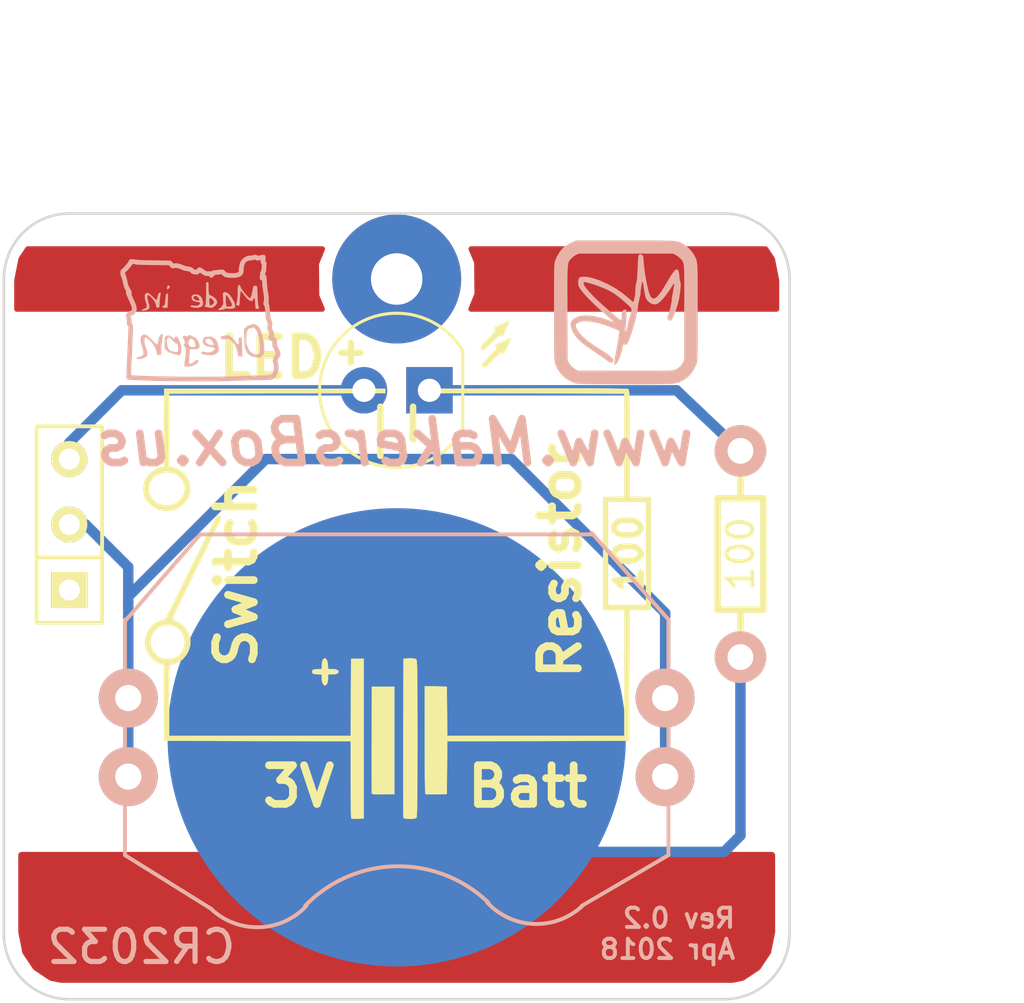
<source format=kicad_pcb>
(kicad_pcb (version 4) (host pcbnew 4.0.6)

  (general
    (links 7)
    (no_connects 0)
    (area 159.969999 72.339999 190.550001 102.920001)
    (thickness 1.6)
    (drawings 22)
    (tracks 22)
    (zones 0)
    (modules 9)
    (nets 6)
  )

  (page USLetter)
  (layers
    (0 F.Cu signal)
    (31 B.Cu signal)
    (34 B.Paste user)
    (35 F.Paste user)
    (36 B.SilkS user hide)
    (37 F.SilkS user)
    (38 B.Mask user)
    (39 F.Mask user)
    (40 Dwgs.User user)
    (44 Edge.Cuts user)
    (47 F.CrtYd user)
  )

  (setup
    (last_trace_width 0.1524)
    (user_trace_width 0.254)
    (user_trace_width 0.3048)
    (user_trace_width 0.4064)
    (user_trace_width 0.6096)
    (user_trace_width 2.032)
    (trace_clearance 0.1524)
    (zone_clearance 0.35)
    (zone_45_only no)
    (trace_min 0.1524)
    (segment_width 0.254)
    (edge_width 0.1)
    (via_size 0.6858)
    (via_drill 0.3302)
    (via_min_size 0.6858)
    (via_min_drill 0.3302)
    (user_via 1 0.5)
    (uvia_size 0.762)
    (uvia_drill 0.508)
    (uvias_allowed no)
    (uvia_min_size 0.508)
    (uvia_min_drill 0.127)
    (pcb_text_width 0.3)
    (pcb_text_size 1.5 1.5)
    (mod_edge_width 0.15)
    (mod_text_size 1 1)
    (mod_text_width 0.15)
    (pad_size 5 5)
    (pad_drill 2)
    (pad_to_mask_clearance 0)
    (aux_axis_origin 0 0)
    (grid_origin 210.82 95.25)
    (visible_elements 7FFCFFFF)
    (pcbplotparams
      (layerselection 0x010f0_80000001)
      (usegerberextensions true)
      (excludeedgelayer true)
      (linewidth 0.100000)
      (plotframeref false)
      (viasonmask false)
      (mode 1)
      (useauxorigin false)
      (hpglpennumber 1)
      (hpglpenspeed 20)
      (hpglpendiameter 15)
      (hpglpenoverlay 2)
      (psnegative false)
      (psa4output false)
      (plotreference true)
      (plotvalue true)
      (plotinvisibletext false)
      (padsonsilk false)
      (subtractmaskfromsilk false)
      (outputformat 1)
      (mirror false)
      (drillshape 0)
      (scaleselection 1)
      (outputdirectory gerbers/))
  )

  (net 0 "")
  (net 1 "Net-(BT1-Pad1)")
  (net 2 "Net-(D1-Pad1)")
  (net 3 "Net-(D1-Pad2)")
  (net 4 "Net-(BT1-Pad2)")
  (net 5 "Net-(SW1-Pad1)")

  (net_class Default "This is the default net class."
    (clearance 0.1524)
    (trace_width 0.1524)
    (via_dia 0.6858)
    (via_drill 0.3302)
    (uvia_dia 0.762)
    (uvia_drill 0.508)
    (add_net "Net-(BT1-Pad1)")
    (add_net "Net-(BT1-Pad2)")
    (add_net "Net-(D1-Pad1)")
    (add_net "Net-(D1-Pad2)")
    (add_net "Net-(SW1-Pad1)")
  )

  (module footprints:Resistor_Horz (layer F.Cu) (tedit 5AA1ED04) (tstamp 5A813C37)
    (at 188.595 85.598 270)
    (descr "Resistor, Axial,  RM 10mm, 1/3W,")
    (tags "Resistor, Axial, RM 10mm, 1/3W,")
    (path /59376ABD)
    (fp_text reference R1 (at 0 2.54 360) (layer F.SilkS) hide
      (effects (font (size 1 1) (thickness 0.15)))
    )
    (fp_text value 100 (at 0 0 270) (layer F.SilkS)
      (effects (font (size 1 1) (thickness 0.15)))
    )
    (fp_line (start 2.159 0.889) (end 2.159 -0.889) (layer F.SilkS) (width 0.254))
    (fp_line (start 2.159 -0.889) (end -2.159 -0.889) (layer F.SilkS) (width 0.254))
    (fp_line (start -2.159 0.889) (end 2.159 0.889) (layer F.SilkS) (width 0.254))
    (fp_line (start -2.159 0) (end -2.921 0) (layer F.SilkS) (width 0.254))
    (fp_line (start 2.159 0) (end 2.921 0) (layer F.SilkS) (width 0.254))
    (fp_line (start -2.159 0.889) (end -2.159 -0.889) (layer F.SilkS) (width 0.254))
    (pad 1 thru_hole circle (at -4 0 270) (size 1.99898 1.99898) (drill 1.00076) (layers *.Cu *.SilkS *.Mask)
      (net 2 "Net-(D1-Pad1)"))
    (pad 2 thru_hole circle (at 4 0 270) (size 1.99898 1.99898) (drill 1.00076) (layers *.Cu *.SilkS *.Mask)
      (net 4 "Net-(BT1-Pad2)"))
  )

  (module Pin_Headers:Pin_Header_Straight_1x01_Pitch2.54mm (layer F.Cu) (tedit 5AE3135B) (tstamp 5A812002)
    (at 175.26 74.93)
    (descr "Through hole straight pin header, 1x01, 2.54mm pitch, single row")
    (tags "Through hole pin header THT 1x01 2.54mm single row")
    (fp_text reference REF** (at 0 -2.33) (layer F.SilkS) hide
      (effects (font (size 1 1) (thickness 0.15)))
    )
    (fp_text value Pin_Header_Straight_1x01_Pitch2.54mm (at 0 1) (layer F.Fab) hide
      (effects (font (size 0.127 0.127) (thickness 0.03175)))
    )
    (fp_line (start -0.635 -1.27) (end 1.27 -1.27) (layer F.Fab) (width 0.1))
    (fp_line (start 1.27 -1.27) (end 1.27 1.27) (layer F.Fab) (width 0.1))
    (fp_line (start 1.27 1.27) (end -1.27 1.27) (layer F.Fab) (width 0.1))
    (fp_line (start -1.27 1.27) (end -1.27 -0.635) (layer F.Fab) (width 0.1))
    (fp_line (start -1.27 -0.635) (end -0.635 -1.27) (layer F.Fab) (width 0.1))
    (fp_line (start -1.8 -1.8) (end -1.8 1.8) (layer F.CrtYd) (width 0.05))
    (fp_line (start -1.8 1.8) (end 1.8 1.8) (layer F.CrtYd) (width 0.05))
    (fp_line (start 1.8 1.8) (end 1.8 -1.8) (layer F.CrtYd) (width 0.05))
    (fp_line (start 1.8 -1.8) (end -1.8 -1.8) (layer F.CrtYd) (width 0.05))
    (pad 1 thru_hole circle (at 0 0) (size 5 5) (drill 2) (layers *.Cu B.Mask))
  )

  (module myFootPrints:MadeInOregonRev25 (layer F.Cu) (tedit 0) (tstamp 5A8109E1)
    (at 167.64 76.454)
    (fp_text reference VAL (at 0 0) (layer F.SilkS) hide
      (effects (font (size 1.143 1.143) (thickness 0.1778)))
    )
    (fp_text value MadeInOregonRev25 (at 0 0) (layer F.SilkS) hide
      (effects (font (size 1.143 1.143) (thickness 0.1778)))
    )
    (fp_poly (pts (xy -3.09626 -1.76022) (xy -3.09626 -1.72212) (xy -3.09372 -1.69672) (xy -3.09118 -1.67386)
      (xy -3.0861 -1.65608) (xy -3.07594 -1.63576) (xy -3.0734 -1.62814) (xy -3.0607 -1.6002)
      (xy -3.05054 -1.5748) (xy -3.04038 -1.54432) (xy -3.03022 -1.50876) (xy -3.02006 -1.46304)
      (xy -3.00736 -1.4097) (xy -3.00228 -1.39192) (xy -2.98704 -1.31826) (xy -2.96926 -1.2573)
      (xy -2.95402 -1.20396) (xy -2.9337 -1.15824) (xy -2.91338 -1.1176) (xy -2.91338 -1.74752)
      (xy -2.91338 -1.76276) (xy -2.91084 -1.77546) (xy -2.90322 -1.78816) (xy -2.89052 -1.8034)
      (xy -2.86766 -1.82118) (xy -2.8575 -1.83134) (xy -2.82956 -1.8542) (xy -2.80416 -1.8796)
      (xy -2.78638 -1.90246) (xy -2.77876 -1.91008) (xy -2.76606 -1.92786) (xy -2.74574 -1.95326)
      (xy -2.72034 -1.98374) (xy -2.69494 -2.01422) (xy -2.6924 -2.01676) (xy -2.66954 -2.0447)
      (xy -2.64922 -2.0701) (xy -2.63652 -2.08788) (xy -2.6289 -2.09804) (xy -2.6289 -2.10058)
      (xy -2.62382 -2.10566) (xy -2.60604 -2.10566) (xy -2.58064 -2.10566) (xy -2.55016 -2.10058)
      (xy -2.51968 -2.0955) (xy -2.50952 -2.09296) (xy -2.49682 -2.09042) (xy -2.48412 -2.08534)
      (xy -2.46888 -2.08534) (xy -2.4511 -2.0828) (xy -2.4257 -2.08026) (xy -2.39268 -2.07772)
      (xy -2.35458 -2.07772) (xy -2.30632 -2.07518) (xy -2.2479 -2.07518) (xy -2.17678 -2.07264)
      (xy -2.09296 -2.0701) (xy -2.03962 -2.0701) (xy -1.95326 -2.06756) (xy -1.8669 -2.06756)
      (xy -1.78054 -2.06502) (xy -1.69672 -2.06502) (xy -1.61798 -2.06248) (xy -1.54686 -2.06248)
      (xy -1.48336 -2.06248) (xy -1.4351 -2.06248) (xy -1.4224 -2.06248) (xy -1.22936 -2.06248)
      (xy -1.1684 -2.00152) (xy -1.10744 -1.9431) (xy -1.0668 -1.9431) (xy -1.03886 -1.9431)
      (xy -1.0033 -1.94564) (xy -0.97536 -1.95072) (xy -0.94234 -1.95326) (xy -0.91186 -1.95072)
      (xy -0.87884 -1.94564) (xy -0.8382 -1.93548) (xy -0.79248 -1.9177) (xy -0.7366 -1.89484)
      (xy -0.72136 -1.88976) (xy -0.67818 -1.86944) (xy -0.64516 -1.85674) (xy -0.61722 -1.84912)
      (xy -0.59182 -1.84404) (xy -0.56388 -1.83896) (xy -0.5461 -1.83642) (xy -0.50038 -1.83134)
      (xy -0.46482 -1.82626) (xy -0.43688 -1.81864) (xy -0.41656 -1.80848) (xy -0.39624 -1.79578)
      (xy -0.37592 -1.77546) (xy -0.37338 -1.77292) (xy -0.35052 -1.7526) (xy -0.32512 -1.73482)
      (xy -0.30734 -1.72212) (xy -0.30734 -1.72212) (xy -0.28702 -1.71704) (xy -0.25654 -1.71196)
      (xy -0.22098 -1.70434) (xy -0.18288 -1.7018) (xy -0.14986 -1.69672) (xy -0.12446 -1.69672)
      (xy -0.10922 -1.69926) (xy -0.09652 -1.70688) (xy -0.07366 -1.71958) (xy -0.05334 -1.73736)
      (xy -0.03048 -1.75768) (xy -0.01524 -1.7653) (xy -0.00508 -1.76784) (xy 0 -1.7653)
      (xy 0.01016 -1.75768) (xy 0.03048 -1.74498) (xy 0.05842 -1.7272) (xy 0.0889 -1.70688)
      (xy 0.09652 -1.7018) (xy 0.18288 -1.64846) (xy 0.25908 -1.64592) (xy 0.29464 -1.64338)
      (xy 0.3175 -1.64084) (xy 0.3302 -1.6383) (xy 0.34036 -1.63322) (xy 0.34544 -1.6256)
      (xy 0.34798 -1.62052) (xy 0.3683 -1.59766) (xy 0.39624 -1.58242) (xy 0.42672 -1.5748)
      (xy 0.4318 -1.5748) (xy 0.45974 -1.58242) (xy 0.48768 -1.6002) (xy 0.51562 -1.63068)
      (xy 0.52578 -1.64338) (xy 0.53848 -1.65608) (xy 0.5461 -1.66624) (xy 0.55626 -1.67386)
      (xy 0.56896 -1.68148) (xy 0.58928 -1.68402) (xy 0.61468 -1.6891) (xy 0.65278 -1.69418)
      (xy 0.70104 -1.69672) (xy 0.71628 -1.69926) (xy 0.8255 -1.70942) (xy 0.85598 -1.68148)
      (xy 0.89154 -1.64846) (xy 0.9271 -1.62306) (xy 0.95758 -1.60274) (xy 0.96774 -1.59766)
      (xy 0.9906 -1.59258) (xy 1.02362 -1.5875) (xy 1.0668 -1.58242) (xy 1.11252 -1.57734)
      (xy 1.16332 -1.57226) (xy 1.21158 -1.56972) (xy 1.2573 -1.56972) (xy 1.25984 -1.56972)
      (xy 1.3081 -1.56972) (xy 1.35128 -1.5748) (xy 1.39446 -1.57988) (xy 1.44272 -1.59004)
      (xy 1.48844 -1.6002) (xy 1.52146 -1.61036) (xy 1.54686 -1.62306) (xy 1.56972 -1.63576)
      (xy 1.59258 -1.65608) (xy 1.61798 -1.68148) (xy 1.63576 -1.7018) (xy 1.651 -1.72212)
      (xy 1.65862 -1.74498) (xy 1.66624 -1.77292) (xy 1.67386 -1.80848) (xy 1.6764 -1.85166)
      (xy 1.68148 -1.90246) (xy 1.6891 -1.9812) (xy 1.7018 -2.04978) (xy 1.72212 -2.10566)
      (xy 1.74752 -2.15138) (xy 1.75006 -2.15646) (xy 1.77546 -2.18186) (xy 1.81356 -2.2098)
      (xy 1.82626 -2.21742) (xy 1.8542 -2.23012) (xy 1.87706 -2.24028) (xy 1.89484 -2.24282)
      (xy 1.9177 -2.24282) (xy 1.92024 -2.24282) (xy 1.95834 -2.24282) (xy 2.00152 -2.25044)
      (xy 2.032 -2.25806) (xy 2.0701 -2.27076) (xy 2.09804 -2.27584) (xy 2.11582 -2.27838)
      (xy 2.13106 -2.2733) (xy 2.1463 -2.26822) (xy 2.15392 -2.26314) (xy 2.1844 -2.2479)
      (xy 2.22758 -2.24282) (xy 2.27584 -2.2479) (xy 2.29108 -2.25298) (xy 2.31394 -2.25806)
      (xy 2.33426 -2.26314) (xy 2.34188 -2.26314) (xy 2.34188 -2.25806) (xy 2.34442 -2.23774)
      (xy 2.34442 -2.21488) (xy 2.34442 -2.21234) (xy 2.34442 -2.1844) (xy 2.34696 -2.16408)
      (xy 2.35204 -2.1463) (xy 2.36474 -2.12852) (xy 2.3876 -2.0955) (xy 2.37998 -1.97612)
      (xy 2.37744 -1.9304) (xy 2.37236 -1.89738) (xy 2.36982 -1.87198) (xy 2.36474 -1.8542)
      (xy 2.35966 -1.83896) (xy 2.35204 -1.82372) (xy 2.34696 -1.8161) (xy 2.33172 -1.78562)
      (xy 2.3241 -1.75768) (xy 2.3241 -1.73736) (xy 2.32156 -1.70942) (xy 2.31902 -1.68656)
      (xy 2.31648 -1.67894) (xy 2.31394 -1.66116) (xy 2.30886 -1.63576) (xy 2.30886 -1.60274)
      (xy 2.30886 -1.59004) (xy 2.30886 -1.55702) (xy 2.30886 -1.5367) (xy 2.31394 -1.52146)
      (xy 2.32156 -1.5113) (xy 2.33172 -1.4986) (xy 2.33426 -1.49606) (xy 2.35458 -1.48082)
      (xy 2.3749 -1.4732) (xy 2.37744 -1.47066) (xy 2.3876 -1.47066) (xy 2.39268 -1.46558)
      (xy 2.39776 -1.45034) (xy 2.4003 -1.42494) (xy 2.40284 -1.39192) (xy 2.40538 -1.35382)
      (xy 2.40538 -1.33096) (xy 2.40792 -1.28778) (xy 2.413 -1.2319) (xy 2.42062 -1.16078)
      (xy 2.43332 -1.07442) (xy 2.4511 -0.97536) (xy 2.4511 -0.96774) (xy 2.45872 -0.92456)
      (xy 2.4638 -0.88392) (xy 2.46888 -0.85344) (xy 2.47142 -0.83058) (xy 2.47396 -0.82296)
      (xy 2.47396 -0.81026) (xy 2.47142 -0.7874) (xy 2.47142 -0.75692) (xy 2.46888 -0.72644)
      (xy 2.46888 -0.69342) (xy 2.46634 -0.66294) (xy 2.4638 -0.64262) (xy 2.46126 -0.635)
      (xy 2.4511 -0.6096) (xy 2.44856 -0.57912) (xy 2.4511 -0.54864) (xy 2.46126 -0.52324)
      (xy 2.4765 -0.51054) (xy 2.48412 -0.49784) (xy 2.49174 -0.47244) (xy 2.5019 -0.4318)
      (xy 2.50952 -0.37592) (xy 2.51968 -0.30734) (xy 2.5273 -0.2286) (xy 2.53238 -0.16764)
      (xy 2.53746 -0.1143) (xy 2.54254 -0.0635) (xy 2.54762 -0.02032) (xy 2.5527 0.01524)
      (xy 2.55524 0.04064) (xy 2.55778 0.05334) (xy 2.56794 0.07366) (xy 2.5781 0.1016)
      (xy 2.58826 0.127) (xy 2.59588 0.14732) (xy 2.6035 0.16256) (xy 2.60604 0.18034)
      (xy 2.60858 0.20066) (xy 2.60858 0.22606) (xy 2.60604 0.25908) (xy 2.6035 0.3048)
      (xy 2.6035 0.32512) (xy 2.60096 0.37084) (xy 2.60096 0.4064) (xy 2.60604 0.43434)
      (xy 2.61366 0.45974) (xy 2.62636 0.48768) (xy 2.64668 0.5207) (xy 2.66446 0.5588)
      (xy 2.67462 0.58674) (xy 2.6797 0.61468) (xy 2.67462 0.64262) (xy 2.66446 0.68072)
      (xy 2.65938 0.69088) (xy 2.64668 0.72898) (xy 2.63906 0.75946) (xy 2.63906 0.77978)
      (xy 2.6416 0.79756) (xy 2.64922 0.8128) (xy 2.64922 0.81534) (xy 2.66446 0.83058)
      (xy 2.68986 0.84836) (xy 2.72034 0.86614) (xy 2.75336 0.87884) (xy 2.77368 0.88646)
      (xy 2.794 0.89154) (xy 2.794 0.98044) (xy 2.794 1.07188) (xy 2.82448 1.13538)
      (xy 2.8575 1.20396) (xy 2.8829 1.26238) (xy 2.90322 1.31064) (xy 2.91592 1.3462)
      (xy 2.921 1.36652) (xy 2.92354 1.3843) (xy 2.92354 1.39954) (xy 2.91592 1.41478)
      (xy 2.90068 1.4351) (xy 2.90068 1.43764) (xy 2.87274 1.47828) (xy 2.84988 1.51638)
      (xy 2.8321 1.5621) (xy 2.82448 1.59004) (xy 2.80924 1.64338) (xy 2.8321 1.74244)
      (xy 2.84734 1.80848) (xy 2.85496 1.86182) (xy 2.86004 1.90754) (xy 2.86004 1.94818)
      (xy 2.85242 1.98628) (xy 2.84226 2.02438) (xy 2.84226 2.02438) (xy 2.82702 2.06756)
      (xy 2.81432 2.10566) (xy 2.79908 2.13868) (xy 2.78892 2.16154) (xy 2.77876 2.1717)
      (xy 2.77876 2.17424) (xy 2.7686 2.17678) (xy 2.74828 2.1844) (xy 2.74066 2.18948)
      (xy 2.7178 2.1971) (xy 2.68224 2.20472) (xy 2.63398 2.2098) (xy 2.57302 2.21234)
      (xy 2.49682 2.21488) (xy 2.40792 2.21742) (xy 2.30632 2.21742) (xy 2.29616 2.21742)
      (xy 2.24028 2.21996) (xy 2.17424 2.21996) (xy 2.10058 2.2225) (xy 2.02184 2.2225)
      (xy 1.9431 2.22504) (xy 1.86944 2.23012) (xy 1.84912 2.23012) (xy 1.6129 2.23774)
      (xy 1.38684 2.2479) (xy 1.16332 2.25298) (xy 0.9398 2.25806) (xy 0.71882 2.26314)
      (xy 0.4953 2.26568) (xy 0.26924 2.26822) (xy 0.03556 2.26822) (xy -0.2032 2.26822)
      (xy -0.45466 2.26822) (xy -0.71628 2.26568) (xy -0.84836 2.26314) (xy -1.03378 2.2606)
      (xy -1.20396 2.25806) (xy -1.36144 2.25552) (xy -1.50622 2.25298) (xy -1.64084 2.25044)
      (xy -1.7653 2.2479) (xy -1.88214 2.24536) (xy -1.98882 2.24282) (xy -2.08788 2.23774)
      (xy -2.17932 2.2352) (xy -2.26822 2.23266) (xy -2.35204 2.22758) (xy -2.39776 2.22504)
      (xy -2.46126 2.2225) (xy -2.51968 2.21742) (xy -2.57302 2.21488) (xy -2.61874 2.21234)
      (xy -2.65176 2.2098) (xy -2.67462 2.2098) (xy -2.68732 2.2098) (xy -2.68732 2.2098)
      (xy -2.68732 2.20218) (xy -2.68478 2.17932) (xy -2.68478 2.1463) (xy -2.68224 2.09804)
      (xy -2.6797 2.03962) (xy -2.67716 1.97104) (xy -2.67208 1.8923) (xy -2.66954 1.80594)
      (xy -2.66446 1.70942) (xy -2.65938 1.60782) (xy -2.65684 1.50114) (xy -2.65176 1.38684)
      (xy -2.64414 1.27) (xy -2.64414 1.25476) (xy -2.63906 1.11506) (xy -2.63398 0.98806)
      (xy -2.6289 0.87376) (xy -2.62382 0.77216) (xy -2.61874 0.68326) (xy -2.6162 0.60452)
      (xy -2.61366 0.53848) (xy -2.61112 0.47752) (xy -2.61112 0.42926) (xy -2.61112 0.38608)
      (xy -2.61112 0.35306) (xy -2.61112 0.32258) (xy -2.61112 0.29972) (xy -2.61366 0.28194)
      (xy -2.6162 0.2667) (xy -2.61874 0.25654) (xy -2.62128 0.24638) (xy -2.62636 0.23876)
      (xy -2.63144 0.23368) (xy -2.63652 0.22606) (xy -2.6416 0.21844) (xy -2.6543 0.2032)
      (xy -2.66192 0.18796) (xy -2.66446 0.17272) (xy -2.66192 0.14732) (xy -2.66192 0.13716)
      (xy -2.66192 0.1016) (xy -2.66446 0.06858) (xy -2.67462 0.02794) (xy -2.67462 0.0254)
      (xy -2.68732 -0.01778) (xy -2.69494 -0.04826) (xy -2.69748 -0.07112) (xy -2.69748 -0.08382)
      (xy -2.69494 -0.09398) (xy -2.68732 -0.09906) (xy -2.68732 -0.1016) (xy -2.66954 -0.10668)
      (xy -2.64668 -0.1143) (xy -2.63652 -0.1143) (xy -2.60858 -0.12192) (xy -2.58572 -0.13208)
      (xy -2.5654 -0.14732) (xy -2.54762 -0.17018) (xy -2.52476 -0.20574) (xy -2.50698 -0.2413)
      (xy -2.4638 -0.3302) (xy -2.47142 -0.40894) (xy -2.4765 -0.43942) (xy -2.48158 -0.46736)
      (xy -2.4892 -0.49276) (xy -2.49682 -0.5207) (xy -2.50952 -0.55626) (xy -2.52984 -0.59944)
      (xy -2.53492 -0.61214) (xy -2.55524 -0.66294) (xy -2.5781 -0.71374) (xy -2.60096 -0.76708)
      (xy -2.62128 -0.8128) (xy -2.63144 -0.83058) (xy -2.64668 -0.86868) (xy -2.65938 -0.89662)
      (xy -2.667 -0.91694) (xy -2.66954 -0.92964) (xy -2.667 -0.9398) (xy -2.667 -0.94996)
      (xy -2.65938 -0.97536) (xy -2.65938 -1.00584) (xy -2.66954 -1.03886) (xy -2.68732 -1.0795)
      (xy -2.71272 -1.12776) (xy -2.71526 -1.1303) (xy -2.73812 -1.17094) (xy -2.75844 -1.2065)
      (xy -2.77368 -1.23698) (xy -2.78384 -1.26746) (xy -2.79654 -1.30048) (xy -2.8067 -1.34112)
      (xy -2.81686 -1.38684) (xy -2.82702 -1.43256) (xy -2.84226 -1.49606) (xy -2.85496 -1.54686)
      (xy -2.86512 -1.5875) (xy -2.87528 -1.62052) (xy -2.88544 -1.64846) (xy -2.89306 -1.67132)
      (xy -2.90068 -1.68148) (xy -2.9083 -1.70942) (xy -2.91338 -1.7399) (xy -2.91338 -1.74752)
      (xy -2.91338 -1.1176) (xy -2.91084 -1.11506) (xy -2.90576 -1.09982) (xy -2.88798 -1.07188)
      (xy -2.87782 -1.04902) (xy -2.87274 -1.03632) (xy -2.87274 -1.02616) (xy -2.87782 -1.016)
      (xy -2.88036 -0.99822) (xy -2.8829 -0.98044) (xy -2.87782 -0.95758) (xy -2.8702 -0.92964)
      (xy -2.85496 -0.89408) (xy -2.83464 -0.84582) (xy -2.8194 -0.81534) (xy -2.78384 -0.73406)
      (xy -2.74828 -0.65786) (xy -2.72034 -0.58928) (xy -2.69494 -0.52832) (xy -2.67462 -0.47752)
      (xy -2.66192 -0.43688) (xy -2.6543 -0.40894) (xy -2.6543 -0.4064) (xy -2.64922 -0.37846)
      (xy -2.65176 -0.36068) (xy -2.65684 -0.34036) (xy -2.66446 -0.32766) (xy -2.67462 -0.30734)
      (xy -2.68732 -0.29464) (xy -2.70256 -0.28702) (xy -2.72542 -0.28194) (xy -2.73812 -0.2794)
      (xy -2.75336 -0.27686) (xy -2.77114 -0.2667) (xy -2.78892 -0.25146) (xy -2.81686 -0.22606)
      (xy -2.82448 -0.2159) (xy -2.84988 -0.1905) (xy -2.86766 -0.17272) (xy -2.87782 -0.16002)
      (xy -2.8829 -0.14732) (xy -2.8829 -0.13208) (xy -2.8829 -0.12192) (xy -2.88036 -0.06858)
      (xy -2.86766 -0.00762) (xy -2.85242 0.05588) (xy -2.8448 0.08382) (xy -2.84226 0.10668)
      (xy -2.84226 0.12954) (xy -2.8448 0.16002) (xy -2.84734 0.1651) (xy -2.84988 0.19812)
      (xy -2.84988 0.22606) (xy -2.84226 0.24892) (xy -2.82448 0.27686) (xy -2.8067 0.29972)
      (xy -2.78384 0.32766) (xy -2.82702 1.3081) (xy -2.8321 1.42748) (xy -2.83718 1.54432)
      (xy -2.84226 1.65608) (xy -2.84734 1.76276) (xy -2.84988 1.86182) (xy -2.85496 1.95326)
      (xy -2.8575 2.03708) (xy -2.86004 2.11074) (xy -2.86258 2.17424) (xy -2.86512 2.22758)
      (xy -2.86512 2.26822) (xy -2.86512 2.29616) (xy -2.86512 2.3114) (xy -2.86512 2.3114)
      (xy -2.85496 2.3368) (xy -2.83464 2.35966) (xy -2.81178 2.3749) (xy -2.8067 2.37744)
      (xy -2.794 2.37998) (xy -2.76606 2.38252) (xy -2.72796 2.38506) (xy -2.6797 2.39014)
      (xy -2.62128 2.39268) (xy -2.55778 2.39776) (xy -2.48412 2.4003) (xy -2.40792 2.40538)
      (xy -2.32664 2.40792) (xy -2.24536 2.413) (xy -2.16154 2.41554) (xy -2.08026 2.41808)
      (xy -1.99898 2.42062) (xy -1.92278 2.42316) (xy -1.85166 2.4257) (xy -1.80848 2.42824)
      (xy -1.74752 2.42824) (xy -1.67386 2.43078) (xy -1.59004 2.43078) (xy -1.4986 2.43332)
      (xy -1.397 2.43586) (xy -1.29032 2.43586) (xy -1.1811 2.4384) (xy -1.0668 2.4384)
      (xy -0.95504 2.44094) (xy -0.84582 2.44348) (xy -0.80264 2.44348) (xy -0.70104 2.44348)
      (xy -0.59944 2.44602) (xy -0.50038 2.44602) (xy -0.40386 2.44856) (xy -0.31496 2.44856)
      (xy -0.23114 2.44856) (xy -0.15748 2.4511) (xy -0.09398 2.4511) (xy -0.04064 2.4511)
      (xy 0 2.4511) (xy 0.02286 2.4511) (xy 0.05842 2.4511) (xy 0.10922 2.4511)
      (xy 0.17018 2.4511) (xy 0.2413 2.4511) (xy 0.3175 2.4511) (xy 0.39878 2.44856)
      (xy 0.4826 2.44856) (xy 0.56642 2.44602) (xy 0.60198 2.44602) (xy 0.75692 2.44348)
      (xy 0.90678 2.4384) (xy 1.0541 2.43586) (xy 1.1938 2.43078) (xy 1.32588 2.42824)
      (xy 1.45034 2.42316) (xy 1.56464 2.42062) (xy 1.66624 2.41808) (xy 1.7526 2.413)
      (xy 1.77038 2.413) (xy 1.82626 2.41046) (xy 1.8923 2.40792) (xy 1.96342 2.40792)
      (xy 2.03454 2.40538) (xy 2.10312 2.40538) (xy 2.12852 2.40538) (xy 2.19456 2.40538)
      (xy 2.26822 2.40284) (xy 2.3495 2.40284) (xy 2.42824 2.39776) (xy 2.50444 2.39522)
      (xy 2.54254 2.39522) (xy 2.75844 2.38252) (xy 2.82956 2.3495) (xy 2.86258 2.33172)
      (xy 2.88798 2.31902) (xy 2.90576 2.30632) (xy 2.91084 2.30124) (xy 2.92608 2.28092)
      (xy 2.94132 2.25044) (xy 2.96164 2.2098) (xy 2.97942 2.16662) (xy 2.9972 2.12344)
      (xy 3.01244 2.08534) (xy 3.02514 2.0447) (xy 3.03276 2.01168) (xy 3.03784 1.98628)
      (xy 3.04038 1.9558) (xy 3.04038 1.93548) (xy 3.0353 1.86182) (xy 3.0226 1.778)
      (xy 3.00736 1.70434) (xy 2.99974 1.66878) (xy 2.99974 1.64084) (xy 3.00736 1.61036)
      (xy 3.0226 1.57734) (xy 3.04546 1.53924) (xy 3.0607 1.52146) (xy 3.08356 1.4859)
      (xy 3.0988 1.4605) (xy 3.10642 1.4351) (xy 3.10896 1.4097) (xy 3.10642 1.37668)
      (xy 3.0988 1.33858) (xy 3.09118 1.3081) (xy 3.07848 1.26746) (xy 3.0607 1.22174)
      (xy 3.04038 1.1684) (xy 3.01498 1.1176) (xy 2.99466 1.07442) (xy 2.98704 1.05664)
      (xy 2.97942 1.0414) (xy 2.97688 1.02362) (xy 2.97434 1.0033) (xy 2.97434 0.97282)
      (xy 2.97434 0.93218) (xy 2.97434 0.9271) (xy 2.9718 0.87884) (xy 2.96926 0.8382)
      (xy 2.96418 0.81026) (xy 2.95148 0.7874) (xy 2.9337 0.76708) (xy 2.90576 0.7493)
      (xy 2.86766 0.72898) (xy 2.84734 0.71882) (xy 2.84734 0.7112) (xy 2.84988 0.69342)
      (xy 2.85496 0.66802) (xy 2.8575 0.6604) (xy 2.86258 0.61468) (xy 2.86258 0.5842)
      (xy 2.86258 0.57658) (xy 2.84988 0.5334) (xy 2.82956 0.48768) (xy 2.8067 0.44196)
      (xy 2.79908 0.42926) (xy 2.79146 0.41656) (xy 2.78638 0.40386) (xy 2.7813 0.38862)
      (xy 2.7813 0.37084) (xy 2.7813 0.34798) (xy 2.7813 0.3175) (xy 2.78638 0.27432)
      (xy 2.79146 0.22098) (xy 2.79146 0.21844) (xy 2.79146 0.19304) (xy 2.79146 0.16764)
      (xy 2.78384 0.1397) (xy 2.77622 0.11176) (xy 2.76352 0.07874) (xy 2.75336 0.04826)
      (xy 2.7432 0.0254) (xy 2.74066 0.02032) (xy 2.73558 0.00762) (xy 2.7305 -0.0127)
      (xy 2.72796 -0.04064) (xy 2.72288 -0.07874) (xy 2.7178 -0.12954) (xy 2.71272 -0.1905)
      (xy 2.7051 -0.25908) (xy 2.69748 -0.32512) (xy 2.68986 -0.38862) (xy 2.6797 -0.44958)
      (xy 2.67208 -0.50292) (xy 2.66446 -0.5461) (xy 2.6543 -0.57658) (xy 2.65176 -0.58674)
      (xy 2.65176 -0.60452) (xy 2.6543 -0.6223) (xy 2.65684 -0.6477) (xy 2.65176 -0.68326)
      (xy 2.65176 -0.68326) (xy 2.64668 -0.71628) (xy 2.64922 -0.75184) (xy 2.65176 -0.76962)
      (xy 2.6543 -0.79248) (xy 2.65684 -0.8128) (xy 2.6543 -0.83566) (xy 2.65176 -0.8636)
      (xy 2.64414 -0.90424) (xy 2.6416 -0.91948) (xy 2.62382 -1.01346) (xy 2.61112 -1.09982)
      (xy 2.60096 -1.1811) (xy 2.59334 -1.26238) (xy 2.58572 -1.35128) (xy 2.58064 -1.42748)
      (xy 2.5781 -1.49352) (xy 2.57302 -1.54432) (xy 2.57048 -1.58496) (xy 2.5654 -1.61544)
      (xy 2.56286 -1.6383) (xy 2.55524 -1.65608) (xy 2.54762 -1.66878) (xy 2.53746 -1.6764)
      (xy 2.52984 -1.68402) (xy 2.51714 -1.69418) (xy 2.51206 -1.70688) (xy 2.5146 -1.72466)
      (xy 2.52222 -1.75006) (xy 2.53238 -1.77546) (xy 2.53238 -1.77546) (xy 2.54 -1.78816)
      (xy 2.54254 -1.79832) (xy 2.54762 -1.81102) (xy 2.55016 -1.8288) (xy 2.5527 -1.85166)
      (xy 2.55524 -1.88214) (xy 2.55778 -1.92532) (xy 2.56286 -1.97866) (xy 2.56286 -2.0066)
      (xy 2.57302 -2.159) (xy 2.54762 -2.18948) (xy 2.52222 -2.21996) (xy 2.52984 -2.29616)
      (xy 2.53238 -2.34442) (xy 2.53238 -2.37998) (xy 2.52984 -2.40538) (xy 2.51968 -2.4257)
      (xy 2.50698 -2.44094) (xy 2.50444 -2.44348) (xy 2.4892 -2.45618) (xy 2.47142 -2.46126)
      (xy 2.44856 -2.4638) (xy 2.42062 -2.4638) (xy 2.38252 -2.45618) (xy 2.33172 -2.44602)
      (xy 2.32664 -2.44348) (xy 2.2352 -2.42316) (xy 2.19964 -2.44348) (xy 2.17424 -2.45618)
      (xy 2.15138 -2.4638) (xy 2.12344 -2.4638) (xy 2.09296 -2.45872) (xy 2.04978 -2.4511)
      (xy 2.0193 -2.44348) (xy 1.98374 -2.43332) (xy 1.9558 -2.4257) (xy 1.93802 -2.42316)
      (xy 1.92024 -2.4257) (xy 1.90754 -2.42824) (xy 1.88722 -2.43078) (xy 1.86944 -2.43078)
      (xy 1.84912 -2.42824) (xy 1.82372 -2.41808) (xy 1.79324 -2.40284) (xy 1.76022 -2.38506)
      (xy 1.71958 -2.3622) (xy 1.6891 -2.34442) (xy 1.66624 -2.32664) (xy 1.64846 -2.3114)
      (xy 1.63068 -2.29362) (xy 1.6129 -2.27076) (xy 1.59258 -2.2479) (xy 1.57734 -2.22504)
      (xy 1.56718 -2.20472) (xy 1.55702 -2.17932) (xy 1.54432 -2.1463) (xy 1.53162 -2.10312)
      (xy 1.52908 -2.09296) (xy 1.51638 -2.0447) (xy 1.50876 -2.00406) (xy 1.50368 -1.96596)
      (xy 1.4986 -1.92278) (xy 1.4986 -1.90754) (xy 1.49606 -1.86182) (xy 1.49352 -1.8288)
      (xy 1.4859 -1.80594) (xy 1.4732 -1.7907) (xy 1.45288 -1.778) (xy 1.4224 -1.77038)
      (xy 1.39446 -1.76276) (xy 1.3335 -1.7526) (xy 1.26238 -1.74752) (xy 1.18364 -1.75006)
      (xy 1.10998 -1.75768) (xy 1.03124 -1.7653) (xy 0.9652 -1.82372) (xy 0.9398 -1.84912)
      (xy 0.9144 -1.8669) (xy 0.89408 -1.88214) (xy 0.88392 -1.88722) (xy 0.86868 -1.88722)
      (xy 0.84328 -1.88722) (xy 0.80518 -1.88722) (xy 0.762 -1.88214) (xy 0.7112 -1.8796)
      (xy 0.6604 -1.87452) (xy 0.6096 -1.86944) (xy 0.56642 -1.86436) (xy 0.52324 -1.85674)
      (xy 0.49276 -1.85166) (xy 0.47244 -1.8415) (xy 0.45974 -1.83642) (xy 0.44958 -1.8288)
      (xy 0.43942 -1.82372) (xy 0.42418 -1.82118) (xy 0.40386 -1.82118) (xy 0.37592 -1.82118)
      (xy 0.33782 -1.82118) (xy 0.23622 -1.82372) (xy 0.13208 -1.8923) (xy 0.09398 -1.9177)
      (xy 0.06096 -1.93802) (xy 0.03302 -1.9558) (xy 0.0127 -1.96596) (xy 0.00508 -1.97104)
      (xy -0.02286 -1.97866) (xy -0.04826 -1.97358) (xy -0.07874 -1.95834) (xy -0.1143 -1.92786)
      (xy -0.11684 -1.92532) (xy -0.1397 -1.905) (xy -0.15748 -1.8923) (xy -0.17272 -1.88468)
      (xy -0.18796 -1.88214) (xy -0.19304 -1.88214) (xy -0.21082 -1.88468) (xy -0.22352 -1.88722)
      (xy -0.2413 -1.89992) (xy -0.26162 -1.9177) (xy -0.27178 -1.92786) (xy -0.30226 -1.95326)
      (xy -0.33528 -1.97358) (xy -0.37338 -1.98882) (xy -0.41656 -1.99898) (xy -0.47244 -2.00914)
      (xy -0.50038 -2.01168) (xy -0.53848 -2.01676) (xy -0.56896 -2.02438) (xy -0.59944 -2.03454)
      (xy -0.635 -2.04724) (xy -0.66548 -2.05994) (xy -0.70866 -2.07772) (xy -0.75692 -2.0955)
      (xy -0.80264 -2.11074) (xy -0.83058 -2.11836) (xy -0.86868 -2.12598) (xy -0.89662 -2.1336)
      (xy -0.91948 -2.1336) (xy -0.94234 -2.1336) (xy -0.97282 -2.13106) (xy -1.03378 -2.12344)
      (xy -1.0922 -2.17678) (xy -1.12776 -2.2098) (xy -1.1557 -2.23012) (xy -1.17348 -2.2352)
      (xy -1.18618 -2.23774) (xy -1.21412 -2.23774) (xy -1.24968 -2.24028) (xy -1.2954 -2.24028)
      (xy -1.3462 -2.24028) (xy -1.40208 -2.24028) (xy -1.40462 -2.24028) (xy -1.48844 -2.24028)
      (xy -1.57734 -2.24282) (xy -1.66878 -2.24282) (xy -1.76022 -2.24282) (xy -1.85166 -2.24536)
      (xy -1.94056 -2.2479) (xy -2.02438 -2.2479) (xy -2.10566 -2.25044) (xy -2.18186 -2.25298)
      (xy -2.25044 -2.25552) (xy -2.30886 -2.25806) (xy -2.35966 -2.2606) (xy -2.39776 -2.26314)
      (xy -2.42316 -2.26568) (xy -2.43586 -2.26822) (xy -2.45364 -2.27076) (xy -2.48666 -2.27584)
      (xy -2.52476 -2.28092) (xy -2.5654 -2.28346) (xy -2.58572 -2.286) (xy -2.63144 -2.28854)
      (xy -2.66446 -2.29108) (xy -2.68732 -2.29108) (xy -2.7051 -2.29108) (xy -2.7178 -2.28854)
      (xy -2.72796 -2.28346) (xy -2.7305 -2.28092) (xy -2.7559 -2.2606) (xy -2.77876 -2.22758)
      (xy -2.78892 -2.19202) (xy -2.79654 -2.17678) (xy -2.81178 -2.15392) (xy -2.8321 -2.13106)
      (xy -2.83718 -2.12344) (xy -2.86258 -2.09296) (xy -2.88544 -2.06502) (xy -2.90576 -2.04216)
      (xy -2.9083 -2.03708) (xy -2.92354 -2.0193) (xy -2.94894 -1.9939) (xy -2.97688 -1.96596)
      (xy -3.00482 -1.93802) (xy -3.03276 -1.91262) (xy -3.05816 -1.88976) (xy -3.07594 -1.87198)
      (xy -3.0861 -1.85928) (xy -3.0861 -1.85928) (xy -3.09118 -1.8415) (xy -3.09626 -1.81102)
      (xy -3.09626 -1.77038) (xy -3.09626 -1.76022) (xy -3.09626 -1.76022)) (layer B.SilkS) (width 0.00254))
    (fp_poly (pts (xy -0.67056 0.70358) (xy -0.67056 0.72136) (xy -0.66802 0.72644) (xy -0.66548 0.74676)
      (xy -0.65532 0.7747) (xy -0.64262 0.80772) (xy -0.63246 0.83312) (xy -0.61468 0.8763)
      (xy -0.60198 0.90932) (xy -0.59436 0.93218) (xy -0.59182 0.94996) (xy -0.5969 0.9652)
      (xy -0.60198 0.9779) (xy -0.61722 0.99568) (xy -0.63246 1.01092) (xy -0.64516 1.02362)
      (xy -0.6477 1.03632) (xy -0.64262 1.05156) (xy -0.62484 1.07188) (xy -0.6223 1.07696)
      (xy -0.59944 1.10236) (xy -0.5842 1.12522) (xy -0.57404 1.14554) (xy -0.56896 1.17348)
      (xy -0.56388 1.2065) (xy -0.56134 1.24968) (xy -0.56134 1.26238) (xy -0.56134 1.31572)
      (xy -0.56134 1.36652) (xy -0.56642 1.41986) (xy -0.5715 1.47828) (xy -0.58166 1.54686)
      (xy -0.59182 1.62306) (xy -0.59944 1.66116) (xy -0.60706 1.71704) (xy -0.61468 1.76022)
      (xy -0.61722 1.79324) (xy -0.61976 1.8161) (xy -0.61722 1.83388) (xy -0.61468 1.84658)
      (xy -0.6096 1.85674) (xy -0.6096 1.85928) (xy -0.60198 1.8669) (xy -0.59436 1.86944)
      (xy -0.58166 1.87198) (xy -0.56134 1.87452) (xy -0.53086 1.87452) (xy -0.51308 1.87452)
      (xy -0.47752 1.87452) (xy -0.45974 1.87198) (xy -0.45974 0.94234) (xy -0.45212 0.89662)
      (xy -0.43688 0.85344) (xy -0.41402 0.81788) (xy -0.40894 0.81026) (xy -0.38354 0.79502)
      (xy -0.35306 0.79248) (xy -0.32258 0.8001) (xy -0.2921 0.81788) (xy -0.26162 0.84582)
      (xy -0.23622 0.87884) (xy -0.21844 0.91948) (xy -0.21336 0.92964) (xy -0.20828 0.9525)
      (xy -0.2032 0.98044) (xy -0.19812 1.01092) (xy -0.19304 1.0414) (xy -0.1905 1.06934)
      (xy -0.18796 1.08712) (xy -0.1905 1.09728) (xy -0.20066 1.09982) (xy -0.22098 1.1049)
      (xy -0.24892 1.10998) (xy -0.2794 1.11252) (xy -0.30734 1.11506) (xy -0.3302 1.1176)
      (xy -0.34036 1.1176) (xy -0.36322 1.10998) (xy -0.38862 1.09474) (xy -0.39878 1.08458)
      (xy -0.4191 1.06172) (xy -0.43688 1.03886) (xy -0.44196 1.02616) (xy -0.4572 0.98806)
      (xy -0.45974 0.94234) (xy -0.45974 1.87198) (xy -0.4445 1.87198) (xy -0.42164 1.87198)
      (xy -0.41148 1.86944) (xy -0.37338 1.86182) (xy -0.3302 1.85166) (xy -0.28448 1.83642)
      (xy -0.24384 1.82372) (xy -0.21336 1.80848) (xy -0.20828 1.80848) (xy -0.17018 1.78562)
      (xy -0.13462 1.75768) (xy -0.10414 1.7272) (xy -0.08382 1.69926) (xy -0.07112 1.67386)
      (xy -0.07112 1.651) (xy -0.07112 1.651) (xy -0.08382 1.63068) (xy -0.10414 1.6129)
      (xy -0.12446 1.60528) (xy -0.12446 1.60528) (xy -0.1397 1.6129) (xy -0.16256 1.62814)
      (xy -0.19558 1.65608) (xy -0.20066 1.65862) (xy -0.24384 1.69672) (xy -0.28702 1.72466)
      (xy -0.3302 1.74498) (xy -0.37084 1.75768) (xy -0.40386 1.76276) (xy -0.4318 1.75514)
      (xy -0.43942 1.75006) (xy -0.44958 1.74244) (xy -0.45212 1.73482) (xy -0.45212 1.71958)
      (xy -0.44704 1.69672) (xy -0.4445 1.69418) (xy -0.44196 1.67386) (xy -0.43688 1.64338)
      (xy -0.4318 1.60274) (xy -0.42926 1.55194) (xy -0.42418 1.4859) (xy -0.4191 1.4097)
      (xy -0.41402 1.31826) (xy -0.41148 1.29286) (xy -0.4064 1.20142) (xy -0.27178 1.20142)
      (xy -0.21336 1.20142) (xy -0.17018 1.20142) (xy -0.13462 1.19888) (xy -0.10668 1.19126)
      (xy -0.08636 1.18364) (xy -0.06858 1.1684) (xy -0.0508 1.15316) (xy -0.04572 1.14808)
      (xy -0.03048 1.12776) (xy -0.0254 1.11506) (xy -0.0254 1.09474) (xy -0.02794 1.08458)
      (xy -0.04318 0.99822) (xy -0.06858 0.92202) (xy -0.1016 0.85598) (xy -0.14224 0.8001)
      (xy -0.1524 0.78994) (xy -0.18796 0.75692) (xy -0.22352 0.73406) (xy -0.26416 0.71374)
      (xy -0.29718 0.70104) (xy -0.3302 0.68834) (xy -0.36322 0.6731) (xy -0.37846 0.66548)
      (xy -0.4191 0.64262) (xy -0.44704 0.66548) (xy -0.4699 0.68326) (xy -0.49022 0.69596)
      (xy -0.51308 0.6985) (xy -0.54102 0.69596) (xy -0.57404 0.69088) (xy -0.60706 0.68326)
      (xy -0.62992 0.68326) (xy -0.64516 0.68326) (xy -0.65532 0.6858) (xy -0.66802 0.69342)
      (xy -0.67056 0.70358) (xy -0.67056 0.70358)) (layer B.SilkS) (width 0.00254))
    (fp_poly (pts (xy -2.47904 1.55448) (xy -2.47142 1.56464) (xy -2.47142 1.56718) (xy -2.45364 1.5748)
      (xy -2.4257 1.57988) (xy -2.39014 1.58242) (xy -2.3495 1.57988) (xy -2.30886 1.57734)
      (xy -2.29108 1.57226) (xy -2.24536 1.5621) (xy -2.1971 1.54686) (xy -2.15392 1.52654)
      (xy -2.11836 1.50622) (xy -2.0955 1.49098) (xy -2.08026 1.47828) (xy -2.07264 1.46558)
      (xy -2.06756 1.44526) (xy -2.06248 1.41986) (xy -2.05994 1.41224) (xy -2.0574 1.35636)
      (xy -2.06248 1.30048) (xy -2.07518 1.23698) (xy -2.09804 1.16586) (xy -2.10312 1.14808)
      (xy -2.13106 1.0668) (xy -2.15138 0.99568) (xy -2.16408 0.93218) (xy -2.16916 0.87376)
      (xy -2.16916 0.86614) (xy -2.16662 0.81788) (xy -2.159 0.77978) (xy -2.1463 0.75692)
      (xy -2.12598 0.74676) (xy -2.10058 0.75184) (xy -2.0955 0.75184) (xy -2.07772 0.76454)
      (xy -2.04978 0.78486) (xy -2.0193 0.81026) (xy -1.98628 0.8382) (xy -1.95326 0.86868)
      (xy -1.92278 0.89662) (xy -1.91516 0.90678) (xy -1.8415 0.99314) (xy -1.78308 1.08458)
      (xy -1.73736 1.17602) (xy -1.70688 1.27) (xy -1.69672 1.3335) (xy -1.69164 1.36398)
      (xy -1.68402 1.39192) (xy -1.6764 1.4097) (xy -1.6764 1.4097) (xy -1.66878 1.41986)
      (xy -1.66116 1.4224) (xy -1.64592 1.42494) (xy -1.62306 1.4224) (xy -1.59258 1.41732)
      (xy -1.55702 1.41224) (xy -1.51892 1.40462) (xy -1.51384 1.32334) (xy -1.5113 1.28016)
      (xy -1.5113 1.22936) (xy -1.50876 1.1811) (xy -1.50876 1.16078) (xy -1.50876 1.11252)
      (xy -1.50622 1.06426) (xy -1.50114 1.016) (xy -1.49606 0.96266) (xy -1.4859 0.89916)
      (xy -1.47574 0.82804) (xy -1.46812 0.78232) (xy -1.4605 0.7366) (xy -1.45542 0.69596)
      (xy -1.45034 0.6604) (xy -1.4478 0.63754) (xy -1.4478 0.62484) (xy -1.4478 0.6223)
      (xy -1.45796 0.61468) (xy -1.47574 0.61214) (xy -1.50114 0.61722) (xy -1.52654 0.62992)
      (xy -1.54686 0.64516) (xy -1.56464 0.66548) (xy -1.57988 0.69342) (xy -1.59512 0.73152)
      (xy -1.61036 0.77978) (xy -1.62306 0.84328) (xy -1.6256 0.84836) (xy -1.6383 0.9017)
      (xy -1.64592 0.94488) (xy -1.65608 0.97536) (xy -1.66116 0.99568) (xy -1.66624 1.00838)
      (xy -1.67132 1.01346) (xy -1.6764 1.016) (xy -1.6764 1.016) (xy -1.68402 1.01092)
      (xy -1.7018 0.99568) (xy -1.7272 0.97536) (xy -1.75768 0.94742) (xy -1.79324 0.9144)
      (xy -1.83134 0.8763) (xy -1.83388 0.87376) (xy -1.89992 0.81026) (xy -1.9558 0.75946)
      (xy -2.00152 0.71628) (xy -2.04216 0.68326) (xy -2.07772 0.65786) (xy -2.10566 0.64008)
      (xy -2.13106 0.62992) (xy -2.15392 0.62484) (xy -2.17678 0.62738) (xy -2.19964 0.63246)
      (xy -2.2225 0.64516) (xy -2.24282 0.65786) (xy -2.26822 0.67564) (xy -2.286 0.69342)
      (xy -2.29616 0.71882) (xy -2.30378 0.7493) (xy -2.30632 0.78994) (xy -2.30886 0.83566)
      (xy -2.30632 0.90424) (xy -2.30124 0.96266) (xy -2.28854 1.01346) (xy -2.27076 1.0668)
      (xy -2.26314 1.08712) (xy -2.24028 1.14808) (xy -2.2225 1.20904) (xy -2.21234 1.26746)
      (xy -2.20472 1.3208) (xy -2.20726 1.36906) (xy -2.21234 1.39954) (xy -2.21996 1.41732)
      (xy -2.23266 1.43256) (xy -2.25298 1.4478) (xy -2.28092 1.4605) (xy -2.31902 1.47574)
      (xy -2.3622 1.49098) (xy -2.39776 1.50368) (xy -2.42824 1.51638) (xy -2.45364 1.52908)
      (xy -2.4638 1.5367) (xy -2.4765 1.54686) (xy -2.47904 1.55448) (xy -2.47904 1.55448)) (layer B.SilkS) (width 0.00254))
    (fp_poly (pts (xy 1.69672 0.45974) (xy 1.69672 0.49784) (xy 1.69672 0.54356) (xy 1.69926 0.59944)
      (xy 1.7018 0.65786) (xy 1.7018 0.72136) (xy 1.70434 0.78486) (xy 1.70688 0.84836)
      (xy 1.70942 0.90678) (xy 1.71196 0.96012) (xy 1.7145 1.0033) (xy 1.71704 1.03886)
      (xy 1.71958 1.05664) (xy 1.7272 1.11252) (xy 1.74244 1.16332) (xy 1.7526 1.19634)
      (xy 1.76784 1.22936) (xy 1.78054 1.26238) (xy 1.78562 1.27762) (xy 1.78562 0.90424)
      (xy 1.78562 0.86614) (xy 1.78816 0.81788) (xy 1.78816 0.77978) (xy 1.7907 0.70358)
      (xy 1.79578 0.63754) (xy 1.80086 0.5842) (xy 1.80848 0.54102) (xy 1.8161 0.50292)
      (xy 1.8288 0.47244) (xy 1.83642 0.4572) (xy 1.85674 0.42418) (xy 1.8796 0.40386)
      (xy 1.91262 0.39116) (xy 1.95326 0.38862) (xy 1.95326 0.38862) (xy 1.9812 0.38862)
      (xy 1.99898 0.38354) (xy 2.01168 0.37592) (xy 2.01676 0.37084) (xy 2.03708 0.35306)
      (xy 2.05994 0.35052) (xy 2.0828 0.36068) (xy 2.11074 0.38354) (xy 2.11836 0.39116)
      (xy 2.15646 0.43942) (xy 2.19202 0.50038) (xy 2.2225 0.57404) (xy 2.25044 0.65532)
      (xy 2.2733 0.74676) (xy 2.286 0.80772) (xy 2.29362 0.86614) (xy 2.30124 0.92964)
      (xy 2.30632 0.99568) (xy 2.3114 1.06172) (xy 2.31394 1.12522) (xy 2.31648 1.18364)
      (xy 2.31648 1.23698) (xy 2.31394 1.28016) (xy 2.30886 1.31064) (xy 2.30886 1.31572)
      (xy 2.29362 1.34874) (xy 2.26822 1.37922) (xy 2.24028 1.39954) (xy 2.22758 1.40208)
      (xy 2.20726 1.40716) (xy 2.19202 1.4097) (xy 2.17424 1.4097) (xy 2.15138 1.40716)
      (xy 2.14376 1.40462) (xy 2.09296 1.38938) (xy 2.03962 1.36398) (xy 1.98882 1.3335)
      (xy 1.94564 1.29794) (xy 1.91008 1.25984) (xy 1.90246 1.24968) (xy 1.88976 1.22682)
      (xy 1.87452 1.1938) (xy 1.85674 1.15316) (xy 1.83896 1.10998) (xy 1.82118 1.0668)
      (xy 1.80594 1.02616) (xy 1.79578 0.99568) (xy 1.79578 0.99314) (xy 1.79324 0.97536)
      (xy 1.78816 0.95504) (xy 1.78816 0.93218) (xy 1.78562 0.90424) (xy 1.78562 1.27762)
      (xy 1.7907 1.29286) (xy 1.79324 1.29794) (xy 1.81356 1.33096) (xy 1.84404 1.36906)
      (xy 1.88468 1.40462) (xy 1.93294 1.44018) (xy 1.94818 1.4478) (xy 1.9685 1.4605)
      (xy 1.98882 1.47066) (xy 2.00914 1.47828) (xy 2.032 1.4859) (xy 2.06248 1.49098)
      (xy 2.10058 1.4986) (xy 2.15138 1.50876) (xy 2.159 1.50876) (xy 2.20726 1.51638)
      (xy 2.24028 1.52146) (xy 2.26822 1.524) (xy 2.28854 1.52146) (xy 2.30632 1.51892)
      (xy 2.3241 1.5113) (xy 2.32918 1.50876) (xy 2.3622 1.48844) (xy 2.39776 1.4605)
      (xy 2.42824 1.42748) (xy 2.4511 1.39446) (xy 2.45364 1.38938) (xy 2.46634 1.36398)
      (xy 2.47396 1.33604) (xy 2.47904 1.3081) (xy 2.48158 1.27254) (xy 2.48158 1.2319)
      (xy 2.47904 1.18364) (xy 2.47396 1.12522) (xy 2.46634 1.05664) (xy 2.45618 0.97536)
      (xy 2.44856 0.92964) (xy 2.43332 0.81788) (xy 2.413 0.71882) (xy 2.39522 0.62992)
      (xy 2.3749 0.55626) (xy 2.35458 0.49022) (xy 2.32918 0.43434) (xy 2.30378 0.38354)
      (xy 2.27584 0.3429) (xy 2.25044 0.31242) (xy 2.20472 0.27178) (xy 2.15392 0.24384)
      (xy 2.09804 0.2286) (xy 2.0447 0.22352) (xy 2.01676 0.22606) (xy 1.99898 0.23114)
      (xy 1.9812 0.2413) (xy 1.9812 0.24384) (xy 1.9558 0.25908) (xy 1.92024 0.2667)
      (xy 1.91262 0.26924) (xy 1.87706 0.27432) (xy 1.84404 0.28956) (xy 1.81102 0.31242)
      (xy 1.77292 0.34544) (xy 1.75006 0.3683) (xy 1.72466 0.3937) (xy 1.70942 0.41148)
      (xy 1.7018 0.42672) (xy 1.69672 0.43942) (xy 1.69672 0.45466) (xy 1.69672 0.45974)
      (xy 1.69672 0.45974)) (layer B.SilkS) (width 0.00254))
    (fp_poly (pts (xy 0.77978 0.74168) (xy 0.7874 0.75946) (xy 0.8001 0.7747) (xy 0.83566 0.80264)
      (xy 0.87376 0.81788) (xy 0.91948 0.82042) (xy 0.97028 0.81026) (xy 0.98298 0.80772)
      (xy 1.0287 0.79502) (xy 1.07188 0.79248) (xy 1.10998 0.80264) (xy 1.15062 0.8255)
      (xy 1.1938 0.86106) (xy 1.22428 0.889) (xy 1.28778 0.96266) (xy 1.33858 1.03378)
      (xy 1.37922 1.10998) (xy 1.4097 1.18872) (xy 1.43256 1.27762) (xy 1.44526 1.34366)
      (xy 1.45288 1.39446) (xy 1.4605 1.43002) (xy 1.46812 1.45542) (xy 1.47574 1.46812)
      (xy 1.48336 1.4732) (xy 1.49352 1.47574) (xy 1.51638 1.47828) (xy 1.54686 1.48336)
      (xy 1.56464 1.48336) (xy 1.6383 1.48844) (xy 1.63322 1.45034) (xy 1.63068 1.4351)
      (xy 1.63068 1.40462) (xy 1.62814 1.36398) (xy 1.6256 1.31572) (xy 1.6256 1.2573)
      (xy 1.62306 1.19634) (xy 1.62052 1.1303) (xy 1.62052 1.10998) (xy 1.62052 1.04394)
      (xy 1.61798 0.98044) (xy 1.61544 0.92456) (xy 1.6129 0.87376) (xy 1.61036 0.83312)
      (xy 1.61036 0.80264) (xy 1.60782 0.78486) (xy 1.60782 0.78232) (xy 1.59512 0.7493)
      (xy 1.57734 0.73152) (xy 1.55702 0.72644) (xy 1.5367 0.73406) (xy 1.52146 0.74422)
      (xy 1.50114 0.76962) (xy 1.49098 0.79502) (xy 1.48844 0.82296) (xy 1.49098 0.84582)
      (xy 1.49098 0.87122) (xy 1.49098 0.9017) (xy 1.48844 0.93218) (xy 1.4859 0.9652)
      (xy 1.48082 0.9906) (xy 1.47574 1.00838) (xy 1.47066 1.016) (xy 1.45796 1.01092)
      (xy 1.44018 0.99568) (xy 1.41986 0.97536) (xy 1.39446 0.94996) (xy 1.37414 0.92456)
      (xy 1.35382 0.89916) (xy 1.34112 0.88138) (xy 1.34112 0.87884) (xy 1.31826 0.84074)
      (xy 1.28778 0.80264) (xy 1.24714 0.76454) (xy 1.20142 0.72898) (xy 1.1557 0.6985)
      (xy 1.11252 0.67818) (xy 1.1049 0.67564) (xy 1.06426 0.66802) (xy 1.016 0.66548)
      (xy 0.96012 0.67056) (xy 0.9017 0.68072) (xy 0.87884 0.68834) (xy 0.83312 0.70104)
      (xy 0.80264 0.71374) (xy 0.78486 0.72644) (xy 0.77978 0.74168) (xy 0.77978 0.74168)) (layer B.SilkS) (width 0.00254))
    (fp_poly (pts (xy 0.0381 1.34112) (xy 0.0381 1.35636) (xy 0.04572 1.36652) (xy 0.0635 1.37922)
      (xy 0.06604 1.38176) (xy 0.1016 1.39446) (xy 0.14732 1.40716) (xy 0.20066 1.41732)
      (xy 0.25908 1.42494) (xy 0.32004 1.43002) (xy 0.381 1.43256) (xy 0.43688 1.43002)
      (xy 0.4826 1.42494) (xy 0.49784 1.4224) (xy 0.55626 1.40462) (xy 0.6096 1.37922)
      (xy 0.65532 1.34874) (xy 0.68834 1.31572) (xy 0.70358 1.29032) (xy 0.7112 1.26746)
      (xy 0.71374 1.23444) (xy 0.71628 1.20142) (xy 0.71882 1.16332) (xy 0.71628 1.12522)
      (xy 0.71374 1.0922) (xy 0.70866 1.0668) (xy 0.70104 1.04902) (xy 0.69342 1.04648)
      (xy 0.68834 1.03886) (xy 0.68072 1.02362) (xy 0.67564 1.00076) (xy 0.6731 0.98044)
      (xy 0.6731 0.97028) (xy 0.66802 0.94996) (xy 0.65786 0.91948) (xy 0.64008 0.889)
      (xy 0.6223 0.85598) (xy 0.60198 0.83058) (xy 0.59944 0.83058) (xy 0.57658 0.80772)
      (xy 0.5461 0.78232) (xy 0.508 0.75692) (xy 0.47244 0.73406) (xy 0.43942 0.71882)
      (xy 0.42672 0.71374) (xy 0.4064 0.7112) (xy 0.37846 0.7112) (xy 0.3429 0.7112)
      (xy 0.32004 0.71374) (xy 0.2667 0.71628) (xy 0.22606 0.72136) (xy 0.19558 0.72644)
      (xy 0.17272 0.7366) (xy 0.15494 0.74676) (xy 0.14732 0.75438) (xy 0.11938 0.78486)
      (xy 0.10414 0.82042) (xy 0.09906 0.8636) (xy 0.09906 0.88392) (xy 0.10668 0.94488)
      (xy 0.127 0.99314) (xy 0.15748 1.03124) (xy 0.19558 1.06172) (xy 0.19558 0.85598)
      (xy 0.20828 0.83312) (xy 0.23114 0.8128) (xy 0.26162 0.8001) (xy 0.29718 0.79248)
      (xy 0.33782 0.79502) (xy 0.35306 0.8001) (xy 0.38608 0.81534) (xy 0.4191 0.84328)
      (xy 0.45212 0.87884) (xy 0.4826 0.92202) (xy 0.50546 0.96774) (xy 0.508 0.9779)
      (xy 0.51562 1.0033) (xy 0.51816 1.02108) (xy 0.51308 1.03378) (xy 0.50038 1.0414)
      (xy 0.47498 1.0414) (xy 0.43942 1.03632) (xy 0.39116 1.02616) (xy 0.3683 1.02362)
      (xy 0.33528 1.01346) (xy 0.3048 1.0033) (xy 0.28194 0.99568) (xy 0.27432 0.9906)
      (xy 0.254 0.97282) (xy 0.23368 0.94742) (xy 0.21336 0.91948) (xy 0.20066 0.89408)
      (xy 0.19812 0.88392) (xy 0.19558 0.85598) (xy 0.19558 1.06172) (xy 0.19812 1.06172)
      (xy 0.2286 1.07442) (xy 0.24892 1.08204) (xy 0.26924 1.08966) (xy 0.28956 1.09474)
      (xy 0.3175 1.09982) (xy 0.35306 1.10744) (xy 0.39878 1.11506) (xy 0.41656 1.1176)
      (xy 0.4699 1.12776) (xy 0.51054 1.13792) (xy 0.53848 1.15316) (xy 0.55372 1.1684)
      (xy 0.55626 1.18872) (xy 0.54864 1.21158) (xy 0.54864 1.21412) (xy 0.52578 1.2446)
      (xy 0.49022 1.27254) (xy 0.4445 1.29794) (xy 0.39624 1.31318) (xy 0.34036 1.3208)
      (xy 0.27686 1.3208) (xy 0.2032 1.31064) (xy 0.18796 1.3081) (xy 0.14986 1.30048)
      (xy 0.12446 1.2954) (xy 0.10668 1.2954) (xy 0.09398 1.2954) (xy 0.08128 1.29794)
      (xy 0.06858 1.30556) (xy 0.0508 1.31572) (xy 0.04064 1.33096) (xy 0.0381 1.34112)
      (xy 0.0381 1.34112)) (layer B.SilkS) (width 0.00254))
    (fp_poly (pts (xy -1.38938 0.9398) (xy -1.38684 0.9906) (xy -1.38684 1.03886) (xy -1.3843 1.08458)
      (xy -1.38176 1.12522) (xy -1.37668 1.1557) (xy -1.37414 1.1684) (xy -1.36144 1.19634)
      (xy -1.33096 1.2319) (xy -1.31826 1.2446) (xy -1.29794 1.26238) (xy -1.29794 0.9017)
      (xy -1.29794 0.85598) (xy -1.2954 0.82042) (xy -1.29286 0.81788) (xy -1.28016 0.78994)
      (xy -1.26238 0.76708) (xy -1.23952 0.75184) (xy -1.22174 0.74676) (xy -1.2065 0.75184)
      (xy -1.18618 0.762) (xy -1.16078 0.77978) (xy -1.16078 0.77978) (xy -1.13792 0.8001)
      (xy -1.10998 0.82296) (xy -1.08204 0.8509) (xy -1.05156 0.87884) (xy -1.02616 0.90678)
      (xy -1.00584 0.92964) (xy -0.9906 0.94996) (xy -0.98552 0.96012) (xy -0.98298 0.97028)
      (xy -0.96774 0.9779) (xy -0.94234 0.98044) (xy -0.92456 0.98044) (xy -0.88646 0.98298)
      (xy -0.8763 1.016) (xy -0.87122 1.03632) (xy -0.86614 1.06934) (xy -0.86106 1.1049)
      (xy -0.85852 1.12268) (xy -0.85598 1.17348) (xy -0.85598 1.2192) (xy -0.86106 1.25476)
      (xy -0.86868 1.2827) (xy -0.87884 1.29286) (xy -0.9017 1.30556) (xy -0.93218 1.31064)
      (xy -0.97536 1.3081) (xy -1.02616 1.29794) (xy -1.06934 1.28778) (xy -1.12522 1.26746)
      (xy -1.1684 1.24714) (xy -1.20396 1.2192) (xy -1.22936 1.18618) (xy -1.25222 1.14554)
      (xy -1.26492 1.10744) (xy -1.27762 1.05918) (xy -1.28778 1.00584) (xy -1.2954 0.9525)
      (xy -1.29794 0.9017) (xy -1.29794 1.26238) (xy -1.27508 1.2827) (xy -1.22174 1.31572)
      (xy -1.15824 1.3462) (xy -1.08458 1.3716) (xy -0.99822 1.397) (xy -0.9271 1.41224)
      (xy -0.889 1.41986) (xy -0.85598 1.42748) (xy -0.83058 1.43256) (xy -0.81534 1.4351)
      (xy -0.8128 1.4351) (xy -0.80264 1.42748) (xy -0.78994 1.41478) (xy -0.77724 1.39954)
      (xy -0.75692 1.36906) (xy -0.74422 1.3335) (xy -0.7366 1.29286) (xy -0.73152 1.24206)
      (xy -0.73152 1.22174) (xy -0.7366 1.14046) (xy -0.74676 1.06426) (xy -0.76454 0.9906)
      (xy -0.79248 0.9144) (xy -0.8255 0.84074) (xy -0.84074 0.80772) (xy -0.85598 0.77724)
      (xy -0.86614 0.75438) (xy -0.87122 0.74168) (xy -0.88138 0.7239) (xy -0.90424 0.7112)
      (xy -0.92964 0.70612) (xy -0.9525 0.7112) (xy -0.97282 0.72136) (xy -0.97282 0.72136)
      (xy -0.98044 0.7366) (xy -0.98552 0.75692) (xy -0.98552 0.75946) (xy -0.9906 0.77978)
      (xy -1.0033 0.78994) (xy -1.01854 0.78486) (xy -1.04394 0.76962) (xy -1.04648 0.76708)
      (xy -1.1049 0.7239) (xy -1.1557 0.69342) (xy -1.20142 0.6731) (xy -1.24206 0.66548)
      (xy -1.27762 0.66802) (xy -1.31318 0.68326) (xy -1.32334 0.68834) (xy -1.3462 0.70866)
      (xy -1.36144 0.7366) (xy -1.37414 0.77216) (xy -1.38176 0.82042) (xy -1.38684 0.85344)
      (xy -1.38684 0.89408) (xy -1.38938 0.9398) (xy -1.38938 0.9398)) (layer B.SilkS) (width 0.00254))
    (fp_poly (pts (xy -2.27076 -0.31496) (xy -2.26568 -0.30734) (xy -2.2606 -0.30226) (xy -2.24028 -0.29972)
      (xy -2.21234 -0.29972) (xy -2.17678 -0.30226) (xy -2.14122 -0.3048) (xy -2.1209 -0.30988)
      (xy -2.08026 -0.32258) (xy -2.04216 -0.34036) (xy -2.00914 -0.35814) (xy -1.99136 -0.37338)
      (xy -1.98374 -0.38354) (xy -1.97866 -0.39624) (xy -1.97612 -0.41656) (xy -1.97612 -0.44704)
      (xy -1.97612 -0.4572) (xy -1.97866 -0.49784) (xy -1.9812 -0.52832) (xy -1.98882 -0.5588)
      (xy -1.99898 -0.58166) (xy -2.0193 -0.6477) (xy -2.03708 -0.70866) (xy -2.04724 -0.762)
      (xy -2.05486 -0.81026) (xy -2.05232 -0.8509) (xy -2.04724 -0.87884) (xy -2.03454 -0.89662)
      (xy -2.02946 -0.89916) (xy -2.01422 -0.89916) (xy -1.9939 -0.89154) (xy -1.9685 -0.87376)
      (xy -1.93548 -0.84582) (xy -1.90754 -0.82042) (xy -1.83896 -0.7493) (xy -1.78816 -0.67564)
      (xy -1.74752 -0.60452) (xy -1.72212 -0.52832) (xy -1.7145 -0.48768) (xy -1.70688 -0.45212)
      (xy -1.7018 -0.42926) (xy -1.69164 -0.41656) (xy -1.6764 -0.41148) (xy -1.651 -0.41402)
      (xy -1.6256 -0.4191) (xy -1.58496 -0.42672) (xy -1.58242 -0.508) (xy -1.57734 -0.65024)
      (xy -1.55956 -0.80264) (xy -1.5494 -0.86868) (xy -1.54432 -0.90678) (xy -1.53924 -0.94234)
      (xy -1.53416 -0.96774) (xy -1.53162 -0.98298) (xy -1.53162 -0.98552) (xy -1.5367 -0.99314)
      (xy -1.55194 -0.99314) (xy -1.5748 -0.9906) (xy -1.59258 -0.98298) (xy -1.60528 -0.97282)
      (xy -1.61544 -0.96266) (xy -1.6256 -0.94488) (xy -1.63576 -0.91948) (xy -1.64592 -0.88392)
      (xy -1.65862 -0.83566) (xy -1.66116 -0.82042) (xy -1.67132 -0.78232) (xy -1.67894 -0.7493)
      (xy -1.68656 -0.7239) (xy -1.69418 -0.7112) (xy -1.69418 -0.70866) (xy -1.7018 -0.7112)
      (xy -1.71958 -0.7239) (xy -1.75006 -0.7493) (xy -1.78816 -0.78232) (xy -1.8161 -0.81026)
      (xy -1.87198 -0.8636) (xy -1.9177 -0.90424) (xy -1.95326 -0.93726) (xy -1.98374 -0.96012)
      (xy -2.00914 -0.97536) (xy -2.02692 -0.98298) (xy -2.04216 -0.98552) (xy -2.07518 -0.98044)
      (xy -2.1082 -0.96266) (xy -2.1336 -0.9398) (xy -2.14122 -0.92964) (xy -2.1463 -0.91948)
      (xy -2.15138 -0.90678) (xy -2.15138 -0.889) (xy -2.15138 -0.8636) (xy -2.15138 -0.8255)
      (xy -2.14884 -0.81788) (xy -2.14884 -0.77724) (xy -2.1463 -0.74676) (xy -2.14122 -0.72136)
      (xy -2.13614 -0.6985) (xy -2.12598 -0.6731) (xy -2.1209 -0.65278) (xy -2.09804 -0.59436)
      (xy -2.08534 -0.53848) (xy -2.07772 -0.49022) (xy -2.07772 -0.44958) (xy -2.08534 -0.42418)
      (xy -2.10058 -0.40386) (xy -2.13106 -0.38354) (xy -2.17678 -0.3683) (xy -2.21488 -0.3556)
      (xy -2.24536 -0.34036) (xy -2.26314 -0.32766) (xy -2.27076 -0.31496) (xy -2.27076 -0.31496)) (layer B.SilkS) (width 0.00254))
    (fp_poly (pts (xy 0.6985 -0.33528) (xy 0.6985 -0.32766) (xy 0.70866 -0.32258) (xy 0.73152 -0.32258)
      (xy 0.762 -0.32258) (xy 0.8001 -0.32512) (xy 0.84074 -0.33274) (xy 0.8509 -0.33274)
      (xy 0.89408 -0.3429) (xy 0.93726 -0.35814) (xy 0.96266 -0.3683) (xy 0.98806 -0.37846)
      (xy 0.9906 -0.381) (xy 0.9906 -0.77724) (xy 0.9906 -0.81534) (xy 0.9906 -0.84328)
      (xy 0.99314 -0.86106) (xy 0.99568 -0.87376) (xy 0.99822 -0.88138) (xy 1.0033 -0.88646)
      (xy 1.01092 -0.89408) (xy 1.01854 -0.89408) (xy 1.0287 -0.88392) (xy 1.04394 -0.86868)
      (xy 1.06426 -0.84328) (xy 1.08458 -0.8128) (xy 1.10236 -0.78486) (xy 1.1176 -0.75692)
      (xy 1.13792 -0.71882) (xy 1.15824 -0.68326) (xy 1.1684 -0.66548) (xy 1.1938 -0.6223)
      (xy 1.20904 -0.58928) (xy 1.2192 -0.56134) (xy 1.22428 -0.53594) (xy 1.22428 -0.51054)
      (xy 1.22428 -0.508) (xy 1.22174 -0.48768) (xy 1.21412 -0.47498) (xy 1.19888 -0.46482)
      (xy 1.17602 -0.45974) (xy 1.143 -0.4572) (xy 1.1049 -0.45466) (xy 1.0668 -0.4572)
      (xy 1.03886 -0.4572) (xy 1.02362 -0.46228) (xy 1.016 -0.46736) (xy 1.00838 -0.48514)
      (xy 1.0033 -0.51562) (xy 0.99822 -0.56388) (xy 0.99314 -0.62484) (xy 0.9906 -0.70104)
      (xy 0.9906 -0.72644) (xy 0.9906 -0.77724) (xy 0.9906 -0.381) (xy 1.00584 -0.38608)
      (xy 1.01854 -0.38608) (xy 1.0287 -0.38354) (xy 1.05664 -0.37338) (xy 1.08712 -0.37084)
      (xy 1.12776 -0.3683) (xy 1.17602 -0.37084) (xy 1.19888 -0.37338) (xy 1.25222 -0.37846)
      (xy 1.29032 -0.38354) (xy 1.31572 -0.39116) (xy 1.33604 -0.40386) (xy 1.3462 -0.4191)
      (xy 1.35128 -0.43942) (xy 1.35128 -0.4699) (xy 1.35128 -0.48006) (xy 1.35128 -0.51562)
      (xy 1.3462 -0.54864) (xy 1.33604 -0.58166) (xy 1.3208 -0.61722) (xy 1.30048 -0.6604)
      (xy 1.27254 -0.70866) (xy 1.24968 -0.74422) (xy 1.22936 -0.77724) (xy 1.20904 -0.81026)
      (xy 1.19126 -0.84074) (xy 1.18618 -0.84582) (xy 1.16078 -0.88646) (xy 1.12268 -0.92456)
      (xy 1.08204 -0.96012) (xy 1.04394 -0.98806) (xy 1.03124 -0.99568) (xy 0.98806 -1.01092)
      (xy 0.9525 -1.016) (xy 0.91948 -1.00838) (xy 0.89662 -0.98806) (xy 0.88138 -0.96012)
      (xy 0.87884 -0.94742) (xy 0.8763 -0.92964) (xy 0.8763 -0.9017) (xy 0.87884 -0.8636)
      (xy 0.88138 -0.81788) (xy 0.88392 -0.76708) (xy 0.88392 -0.75184) (xy 0.88646 -0.68834)
      (xy 0.889 -0.63754) (xy 0.889 -0.59944) (xy 0.889 -0.56896) (xy 0.88392 -0.5461)
      (xy 0.87884 -0.53086) (xy 0.87122 -0.5207) (xy 0.8636 -0.51054) (xy 0.84836 -0.49276)
      (xy 0.83566 -0.4699) (xy 0.83566 -0.4699) (xy 0.8255 -0.44704) (xy 0.80518 -0.42418)
      (xy 0.77978 -0.40386) (xy 0.75438 -0.39116) (xy 0.74422 -0.38862) (xy 0.73152 -0.381)
      (xy 0.71628 -0.36576) (xy 0.70612 -0.34798) (xy 0.6985 -0.33528) (xy 0.6985 -0.33528)) (layer B.SilkS) (width 0.00254))
    (fp_poly (pts (xy 1.39954 -0.5207) (xy 1.40208 -0.508) (xy 1.40208 -0.50546) (xy 1.41224 -0.50292)
      (xy 1.4351 -0.50038) (xy 1.4605 -0.4953) (xy 1.46304 -0.4953) (xy 1.51384 -0.49022)
      (xy 1.51892 -0.53848) (xy 1.52146 -0.5588) (xy 1.524 -0.59182) (xy 1.52654 -0.635)
      (xy 1.53162 -0.68326) (xy 1.53416 -0.73914) (xy 1.53924 -0.79502) (xy 1.54432 -0.86614)
      (xy 1.5494 -0.92456) (xy 1.55448 -0.97028) (xy 1.55956 -1.00584) (xy 1.5621 -1.03124)
      (xy 1.56718 -1.04648) (xy 1.57226 -1.0541) (xy 1.57734 -1.05664) (xy 1.57988 -1.05664)
      (xy 1.5875 -1.04902) (xy 1.6002 -1.03378) (xy 1.62052 -1.00838) (xy 1.64592 -0.97536)
      (xy 1.67386 -0.9398) (xy 1.67894 -0.93472) (xy 1.7272 -0.87122) (xy 1.77038 -0.81788)
      (xy 1.80594 -0.77724) (xy 1.83896 -0.74422) (xy 1.86436 -0.72136) (xy 1.88976 -0.70612)
      (xy 1.905 -0.6985) (xy 1.92786 -0.68834) (xy 1.94564 -0.68072) (xy 1.95072 -0.67564)
      (xy 1.96596 -0.66802) (xy 1.98628 -0.66548) (xy 2.0066 -0.6731) (xy 2.01422 -0.67818)
      (xy 2.02438 -0.69088) (xy 2.03708 -0.7112) (xy 2.05486 -0.7366) (xy 2.05486 -0.7366)
      (xy 2.07518 -0.76708) (xy 2.09042 -0.78232) (xy 2.09804 -0.78486) (xy 2.10312 -0.78486)
      (xy 2.1082 -0.77978) (xy 2.11074 -0.77216) (xy 2.11328 -0.75946) (xy 2.11582 -0.73914)
      (xy 2.1209 -0.70866) (xy 2.12344 -0.66802) (xy 2.12598 -0.61722) (xy 2.12852 -0.56388)
      (xy 2.1336 -0.49784) (xy 2.13868 -0.44704) (xy 2.14376 -0.40894) (xy 2.14884 -0.38608)
      (xy 2.15392 -0.37592) (xy 2.16662 -0.37084) (xy 2.18948 -0.36576) (xy 2.21488 -0.36576)
      (xy 2.23774 -0.36576) (xy 2.25806 -0.37084) (xy 2.27076 -0.381) (xy 2.27584 -0.39624)
      (xy 2.2733 -0.42164) (xy 2.26568 -0.44958) (xy 2.25806 -0.47752) (xy 2.25044 -0.50546)
      (xy 2.24536 -0.53594) (xy 2.24028 -0.56896) (xy 2.23774 -0.6096) (xy 2.23266 -0.65532)
      (xy 2.23012 -0.70866) (xy 2.22758 -0.7747) (xy 2.2225 -0.8509) (xy 2.21996 -0.9398)
      (xy 2.21996 -0.98298) (xy 2.21488 -1.0541) (xy 2.21234 -1.10998) (xy 2.2098 -1.1557)
      (xy 2.20726 -1.18872) (xy 2.20218 -1.21666) (xy 2.19964 -1.23444) (xy 2.19202 -1.24714)
      (xy 2.1844 -1.25476) (xy 2.1844 -1.25476) (xy 2.16916 -1.26238) (xy 2.14376 -1.26238)
      (xy 2.11836 -1.26238) (xy 2.09296 -1.2573) (xy 2.09042 -1.25476) (xy 2.07264 -1.24714)
      (xy 2.05994 -1.2319) (xy 2.04978 -1.20904) (xy 2.04216 -1.17348) (xy 2.03454 -1.13792)
      (xy 2.0193 -1.04394) (xy 2.00152 -0.96266) (xy 1.98628 -0.89662) (xy 1.9685 -0.84582)
      (xy 1.95072 -0.81026) (xy 1.9431 -0.79756) (xy 1.93294 -0.7874) (xy 1.92024 -0.7874)
      (xy 1.905 -0.79248) (xy 1.88722 -0.80264) (xy 1.85928 -0.8255) (xy 1.8288 -0.85852)
      (xy 1.79324 -0.89408) (xy 1.75514 -0.93726) (xy 1.71704 -0.98044) (xy 1.68148 -1.02616)
      (xy 1.64846 -1.07188) (xy 1.61798 -1.11252) (xy 1.59512 -1.14808) (xy 1.57734 -1.17602)
      (xy 1.57226 -1.1938) (xy 1.55956 -1.23698) (xy 1.54432 -1.27) (xy 1.524 -1.28778)
      (xy 1.50368 -1.29032) (xy 1.49606 -1.29032) (xy 1.48336 -1.28016) (xy 1.4732 -1.26492)
      (xy 1.46558 -1.23952) (xy 1.45796 -1.20396) (xy 1.45288 -1.15824) (xy 1.45034 -1.09982)
      (xy 1.45034 -1.0287) (xy 1.45034 -0.98552) (xy 1.4478 -0.89916) (xy 1.44526 -0.82804)
      (xy 1.44018 -0.76708) (xy 1.4351 -0.71374) (xy 1.42748 -0.67056) (xy 1.41986 -0.64262)
      (xy 1.4097 -0.6096) (xy 1.40208 -0.57404) (xy 1.39954 -0.54356) (xy 1.39954 -0.5207)
      (xy 1.39954 -0.5207)) (layer B.SilkS) (width 0.00254))
    (fp_poly (pts (xy -1.4859 -0.44704) (xy -1.47574 -0.43688) (xy -1.45542 -0.42418) (xy -1.43002 -0.41402)
      (xy -1.40462 -0.40386) (xy -1.38176 -0.40132) (xy -1.35382 -0.40132) (xy -1.3208 -0.40386)
      (xy -1.31318 -0.40386) (xy -1.29032 -0.41148) (xy -1.27508 -0.42164) (xy -1.27 -0.42418)
      (xy -1.27 -0.43434) (xy -1.26746 -0.45974) (xy -1.26492 -0.49276) (xy -1.26238 -0.53594)
      (xy -1.25984 -0.5842) (xy -1.2573 -0.63754) (xy -1.25476 -0.69342) (xy -1.25476 -0.75184)
      (xy -1.25222 -0.80518) (xy -1.25222 -0.85598) (xy -1.25222 -0.88138) (xy -1.25222 -0.9144)
      (xy -1.25222 -0.93472) (xy -1.25476 -0.94742) (xy -1.25984 -0.9525) (xy -1.26746 -0.95504)
      (xy -1.27 -0.95504) (xy -1.29794 -0.95504) (xy -1.3208 -0.94234) (xy -1.33096 -0.9271)
      (xy -1.3335 -0.9144) (xy -1.33858 -0.889) (xy -1.34112 -0.85344) (xy -1.3462 -0.81026)
      (xy -1.35128 -0.76454) (xy -1.35382 -0.75438) (xy -1.3589 -0.68834) (xy -1.36398 -0.63246)
      (xy -1.3716 -0.58928) (xy -1.37668 -0.55626) (xy -1.38176 -0.5334) (xy -1.39192 -0.51308)
      (xy -1.40208 -0.50038) (xy -1.41478 -0.49022) (xy -1.43002 -0.4826) (xy -1.4478 -0.47244)
      (xy -1.47066 -0.46228) (xy -1.48336 -0.45212) (xy -1.4859 -0.44704) (xy -1.4859 -0.44704)) (layer B.SilkS) (width 0.00254))
    (fp_poly (pts (xy 0.15748 -0.47244) (xy 0.19812 -0.45212) (xy 0.2286 -0.43942) (xy 0.2667 -0.42926)
      (xy 0.30988 -0.4191) (xy 0.35052 -0.41148) (xy 0.35052 -0.71374) (xy 0.35306 -0.74422)
      (xy 0.35306 -0.7493) (xy 0.36322 -0.77216) (xy 0.37846 -0.78232) (xy 0.40132 -0.78232)
      (xy 0.42418 -0.77216) (xy 0.45212 -0.7493) (xy 0.48006 -0.72136) (xy 0.508 -0.68326)
      (xy 0.51816 -0.66294) (xy 0.5334 -0.635) (xy 0.53594 -0.61214) (xy 0.53086 -0.59436)
      (xy 0.5207 -0.58166) (xy 0.50546 -0.56642) (xy 0.48514 -0.54864) (xy 0.45974 -0.52832)
      (xy 0.43688 -0.51054) (xy 0.41402 -0.49784) (xy 0.39878 -0.48768) (xy 0.3937 -0.48768)
      (xy 0.38608 -0.4953) (xy 0.37592 -0.51308) (xy 0.37084 -0.52832) (xy 0.36322 -0.55372)
      (xy 0.35814 -0.58928) (xy 0.35306 -0.63246) (xy 0.35052 -0.67564) (xy 0.35052 -0.71374)
      (xy 0.35052 -0.41148) (xy 0.35306 -0.41148) (xy 0.3937 -0.4064) (xy 0.42926 -0.40386)
      (xy 0.45466 -0.4064) (xy 0.46228 -0.40894) (xy 0.47498 -0.41656) (xy 0.4953 -0.42926)
      (xy 0.5207 -0.4445) (xy 0.53086 -0.45212) (xy 0.57658 -0.48768) (xy 0.61214 -0.52832)
      (xy 0.64008 -0.57404) (xy 0.64516 -0.58166) (xy 0.65278 -0.60452) (xy 0.65532 -0.6223)
      (xy 0.65278 -0.64516) (xy 0.65024 -0.65024) (xy 0.62992 -0.6985) (xy 0.59944 -0.74676)
      (xy 0.5588 -0.78994) (xy 0.51562 -0.82804) (xy 0.47498 -0.85344) (xy 0.42672 -0.8763)
      (xy 0.41402 -0.88138) (xy 0.38608 -0.89154) (xy 0.36322 -0.90424) (xy 0.35052 -0.9144)
      (xy 0.3429 -0.92964) (xy 0.33528 -0.9525) (xy 0.3302 -0.98806) (xy 0.32512 -1.03378)
      (xy 0.32258 -1.08966) (xy 0.32258 -1.16078) (xy 0.32004 -1.20904) (xy 0.32004 -1.2573)
      (xy 0.32004 -1.30048) (xy 0.32004 -1.33604) (xy 0.3175 -1.36398) (xy 0.3175 -1.37922)
      (xy 0.3175 -1.37922) (xy 0.31242 -1.38938) (xy 0.30226 -1.39446) (xy 0.28448 -1.397)
      (xy 0.27178 -1.397) (xy 0.24892 -1.397) (xy 0.23368 -1.397) (xy 0.23114 -1.39446)
      (xy 0.23114 -1.38684) (xy 0.23114 -1.36652) (xy 0.2286 -1.3335) (xy 0.2286 -1.28778)
      (xy 0.2286 -1.23444) (xy 0.22606 -1.17348) (xy 0.22606 -1.1049) (xy 0.22606 -1.0287)
      (xy 0.22352 -0.9779) (xy 0.22352 -0.88392) (xy 0.22098 -0.79756) (xy 0.21844 -0.7239)
      (xy 0.2159 -0.6604) (xy 0.2159 -0.6096) (xy 0.21336 -0.5715) (xy 0.21082 -0.5461)
      (xy 0.20828 -0.53594) (xy 0.19812 -0.51308) (xy 0.18034 -0.49276) (xy 0.1778 -0.49022)
      (xy 0.15748 -0.47244) (xy 0.15748 -0.47244)) (layer B.SilkS) (width 0.00254))
    (fp_poly (pts (xy -0.381 -0.4699) (xy -0.37338 -0.45466) (xy -0.35052 -0.44196) (xy -0.31496 -0.42926)
      (xy -0.28956 -0.42164) (xy -0.25908 -0.41656) (xy -0.22098 -0.41148) (xy -0.1778 -0.40894)
      (xy -0.13716 -0.4064) (xy -0.1016 -0.4064) (xy -0.07874 -0.40894) (xy -0.02794 -0.42164)
      (xy 0.02032 -0.43942) (xy 0.05842 -0.46482) (xy 0.08636 -0.49276) (xy 0.09398 -0.50292)
      (xy 0.1016 -0.52832) (xy 0.10668 -0.56134) (xy 0.10922 -0.60198) (xy 0.10414 -0.64008)
      (xy 0.09652 -0.67564) (xy 0.09144 -0.69088) (xy 0.08128 -0.71374) (xy 0.0762 -0.73406)
      (xy 0.07366 -0.7366) (xy 0.06858 -0.76708) (xy 0.0508 -0.80264) (xy 0.02286 -0.83566)
      (xy -0.01016 -0.86868) (xy -0.04826 -0.89662) (xy -0.0889 -0.91694) (xy -0.09398 -0.91948)
      (xy -0.11176 -0.92202) (xy -0.14224 -0.92456) (xy -0.17526 -0.92456) (xy -0.21336 -0.92202)
      (xy -0.24638 -0.91694) (xy -0.27178 -0.91186) (xy -0.27686 -0.91186) (xy -0.29464 -0.89916)
      (xy -0.31242 -0.88138) (xy -0.3175 -0.87376) (xy -0.3302 -0.85598) (xy -0.33528 -0.84074)
      (xy -0.33528 -0.82042) (xy -0.33528 -0.79502) (xy -0.32512 -0.74676) (xy -0.3048 -0.70866)
      (xy -0.27178 -0.67818) (xy -0.2667 -0.67564) (xy -0.2667 -0.81788) (xy -0.26162 -0.83058)
      (xy -0.24638 -0.84582) (xy -0.21844 -0.8636) (xy -0.18288 -0.86614) (xy -0.14732 -0.85852)
      (xy -0.1143 -0.84074) (xy -0.09144 -0.81788) (xy -0.07366 -0.79502) (xy -0.05588 -0.76708)
      (xy -0.04318 -0.73914) (xy -0.03556 -0.71628) (xy -0.03302 -0.70104) (xy -0.03302 -0.6985)
      (xy -0.04318 -0.69088) (xy -0.06858 -0.68834) (xy -0.10414 -0.69088) (xy -0.14478 -0.6985)
      (xy -0.17526 -0.70612) (xy -0.19558 -0.71628) (xy -0.2159 -0.72898) (xy -0.2286 -0.74422)
      (xy -0.24638 -0.76454) (xy -0.26162 -0.7874) (xy -0.26416 -0.8001) (xy -0.2667 -0.81788)
      (xy -0.2667 -0.67564) (xy -0.26162 -0.6731) (xy -0.2413 -0.66548) (xy -0.21082 -0.65532)
      (xy -0.17526 -0.6477) (xy -0.13462 -0.64008) (xy -0.13462 -0.63754) (xy -0.09652 -0.63246)
      (xy -0.0635 -0.62484) (xy -0.0381 -0.61722) (xy -0.0254 -0.61214) (xy -0.02286 -0.61214)
      (xy -0.01016 -0.5969) (xy -0.00762 -0.57658) (xy -0.01778 -0.55372) (xy -0.04064 -0.53086)
      (xy -0.07112 -0.508) (xy -0.07874 -0.50546) (xy -0.09652 -0.49784) (xy -0.11684 -0.49276)
      (xy -0.14224 -0.49022) (xy -0.1778 -0.49022) (xy -0.18034 -0.49022) (xy -0.21844 -0.49022)
      (xy -0.26162 -0.49276) (xy -0.29718 -0.4953) (xy -0.3048 -0.49784) (xy -0.34036 -0.49784)
      (xy -0.36322 -0.4953) (xy -0.37592 -0.48768) (xy -0.381 -0.47244) (xy -0.381 -0.4699)
      (xy -0.381 -0.4699)) (layer B.SilkS) (width 0.00254))
    (fp_poly (pts (xy -1.29032 -1.15062) (xy -1.28778 -1.143) (xy -1.27762 -1.1303) (xy -1.26238 -1.12776)
      (xy -1.24206 -1.14046) (xy -1.2192 -1.16332) (xy -1.1938 -1.1938) (xy -1.18364 -1.2192)
      (xy -1.18618 -1.23952) (xy -1.20142 -1.25476) (xy -1.22428 -1.26746) (xy -1.23952 -1.27508)
      (xy -1.24968 -1.27762) (xy -1.25222 -1.27762) (xy -1.25984 -1.27) (xy -1.27 -1.25222)
      (xy -1.27762 -1.22936) (xy -1.28524 -1.20142) (xy -1.29032 -1.17348) (xy -1.29032 -1.15062)
      (xy -1.29032 -1.15062)) (layer B.SilkS) (width 0.00254))
  )

  (module myFootPrints:MB225rev (layer F.Cu) (tedit 0) (tstamp 5A810F19)
    (at 184.15 76.2)
    (fp_text reference VAL (at 0 0) (layer F.SilkS) hide
      (effects (font (size 1.143 1.143) (thickness 0.1778)))
    )
    (fp_text value MB225rev (at 0 0) (layer F.SilkS) hide
      (effects (font (size 1.143 1.143) (thickness 0.1778)))
    )
    (fp_poly (pts (xy -2.78638 0.6096) (xy -2.78638 0.85344) (xy -2.78638 1.0668) (xy -2.78384 1.24714)
      (xy -2.78384 1.40208) (xy -2.7813 1.53162) (xy -2.7813 1.64084) (xy -2.77876 1.7272)
      (xy -2.77622 1.79832) (xy -2.77114 1.8542) (xy -2.7686 1.89738) (xy -2.76352 1.93294)
      (xy -2.75844 1.96088) (xy -2.75336 1.98374) (xy -2.74828 1.99644) (xy -2.667 2.19964)
      (xy -2.5527 2.37744) (xy -2.40792 2.53238) (xy -2.26822 2.63398) (xy -2.26822 -0.81026)
      (xy -2.26822 -1.0287) (xy -2.26568 -1.21666) (xy -2.26568 -1.37668) (xy -2.26314 -1.5113)
      (xy -2.25806 -1.6256) (xy -2.25298 -1.71704) (xy -2.24536 -1.7907) (xy -2.23774 -1.85166)
      (xy -2.22758 -1.89992) (xy -2.21488 -1.93802) (xy -2.19964 -1.9685) (xy -2.18186 -1.9939)
      (xy -2.16154 -2.0193) (xy -2.13868 -2.04216) (xy -2.11328 -2.0701) (xy -2.0447 -2.13106)
      (xy -1.9685 -2.18694) (xy -1.92024 -2.21234) (xy -1.81356 -2.25806) (xy 0 -2.25806)
      (xy 1.81356 -2.25806) (xy 1.92024 -2.21234) (xy 2.01168 -2.15646) (xy 2.09804 -2.0828)
      (xy 2.11582 -2.06248) (xy 2.14376 -2.03454) (xy 2.16662 -2.01168) (xy 2.1844 -1.98628)
      (xy 2.20218 -1.95834) (xy 2.21742 -1.92786) (xy 2.23012 -1.88976) (xy 2.24028 -1.8415)
      (xy 2.2479 -1.78054) (xy 2.25552 -1.70434) (xy 2.2606 -1.61036) (xy 2.26314 -1.49606)
      (xy 2.26568 -1.3589) (xy 2.26822 -1.19888) (xy 2.26822 -1.00838) (xy 2.26822 -0.7874)
      (xy 2.26822 -0.53594) (xy 2.26568 -0.24638) (xy 2.26568 0.05334) (xy 2.2606 1.87452)
      (xy 2.21234 1.96596) (xy 2.13868 2.0828) (xy 2.04978 2.16916) (xy 1.93294 2.23774)
      (xy 1.87452 2.26314) (xy 1.8542 2.26822) (xy 1.81102 2.27076) (xy 1.74244 2.27584)
      (xy 1.651 2.27838) (xy 1.53416 2.28092) (xy 1.38684 2.28092) (xy 1.20904 2.28346)
      (xy 1.00076 2.28346) (xy 0.75692 2.28346) (xy 0.47752 2.28346) (xy 0.16002 2.28346)
      (xy -0.02032 2.28346) (xy -1.8542 2.28092) (xy -1.94818 2.23012) (xy -2.07264 2.1463)
      (xy -2.1717 2.03454) (xy -2.21234 1.96596) (xy -2.25806 1.87452) (xy -2.26568 0.0508)
      (xy -2.26568 -0.27178) (xy -2.26568 -0.5588) (xy -2.26822 -0.81026) (xy -2.26822 2.63398)
      (xy -2.2352 2.65684) (xy -2.03708 2.75082) (xy -1.98628 2.7686) (xy -1.96342 2.77622)
      (xy -1.94056 2.7813) (xy -1.91008 2.78638) (xy -1.86944 2.78892) (xy -1.81864 2.794)
      (xy -1.75514 2.79654) (xy -1.67386 2.79908) (xy -1.5748 2.80162) (xy -1.45542 2.80416)
      (xy -1.3081 2.80416) (xy -1.13538 2.8067) (xy -0.93218 2.8067) (xy -0.6985 2.8067)
      (xy -0.42926 2.80924) (xy -0.12192 2.80924) (xy -0.08128 2.80924) (xy 0.18796 2.80924)
      (xy 0.44704 2.80924) (xy 0.69596 2.80924) (xy 0.9271 2.80924) (xy 1.13792 2.8067)
      (xy 1.32842 2.8067) (xy 1.49352 2.80416) (xy 1.62814 2.80162) (xy 1.73482 2.80162)
      (xy 1.8034 2.79908) (xy 1.83388 2.79654) (xy 2.03454 2.75082) (xy 2.21996 2.667)
      (xy 2.38506 2.5527) (xy 2.52984 2.40792) (xy 2.64668 2.2352) (xy 2.73558 2.03962)
      (xy 2.74828 1.99644) (xy 2.7559 1.97358) (xy 2.76098 1.94818) (xy 2.76606 1.9177)
      (xy 2.77114 1.88214) (xy 2.77368 1.83388) (xy 2.77622 1.77292) (xy 2.77876 1.69672)
      (xy 2.7813 1.6002) (xy 2.78384 1.4859) (xy 2.78384 1.3462) (xy 2.78638 1.18364)
      (xy 2.78638 0.98806) (xy 2.78638 0.76454) (xy 2.78638 0.508) (xy 2.78638 0.21336)
      (xy 2.78638 0.02032) (xy 2.78638 -0.30226) (xy 2.78638 -0.58928) (xy 2.78638 -0.84074)
      (xy 2.78638 -1.05664) (xy 2.78638 -1.2446) (xy 2.78384 -1.40716) (xy 2.7813 -1.54432)
      (xy 2.77622 -1.65862) (xy 2.77368 -1.75514) (xy 2.76606 -1.83388) (xy 2.75844 -1.89992)
      (xy 2.75082 -1.95326) (xy 2.74066 -1.99898) (xy 2.72542 -2.03962) (xy 2.71272 -2.07518)
      (xy 2.69494 -2.11328) (xy 2.67462 -2.15138) (xy 2.6543 -2.19202) (xy 2.58826 -2.29362)
      (xy 2.49936 -2.40284) (xy 2.39522 -2.50444) (xy 2.28854 -2.5908) (xy 2.23012 -2.6289)
      (xy 2.18948 -2.65176) (xy 2.15392 -2.67208) (xy 2.1209 -2.68986) (xy 2.08534 -2.7051)
      (xy 2.04724 -2.7178) (xy 2.00152 -2.72796) (xy 1.94818 -2.73812) (xy 1.88468 -2.74574)
      (xy 1.8034 -2.75082) (xy 1.70942 -2.7559) (xy 1.59258 -2.75844) (xy 1.45542 -2.76352)
      (xy 1.29286 -2.76352) (xy 1.1049 -2.76606) (xy 0.88646 -2.76606) (xy 0.635 -2.76606)
      (xy 0.34798 -2.76606) (xy 0.02286 -2.76606) (xy -0.02032 -2.76606) (xy -1.91516 -2.76606)
      (xy -2.04724 -2.71526) (xy -2.24282 -2.61874) (xy -2.41046 -2.49682) (xy -2.5527 -2.34442)
      (xy -2.66446 -2.16154) (xy -2.74828 -1.96596) (xy -2.7559 -1.94564) (xy -2.76098 -1.92278)
      (xy -2.76606 -1.89484) (xy -2.7686 -1.85928) (xy -2.77368 -1.81356) (xy -2.77622 -1.75768)
      (xy -2.77876 -1.68402) (xy -2.7813 -1.59258) (xy -2.78384 -1.48082) (xy -2.78384 -1.3462)
      (xy -2.78638 -1.18618) (xy -2.78638 -0.99822) (xy -2.78638 -0.77978) (xy -2.78638 -0.52832)
      (xy -2.78638 -0.23876) (xy -2.78638 0.01016) (xy -2.78638 0.32766) (xy -2.78638 0.6096)
      (xy -2.78638 0.6096)) (layer B.SilkS) (width 0.00254))
    (fp_poly (pts (xy -2.14122 0.51562) (xy -2.1209 0.63246) (xy -2.06756 0.76708) (xy -1.9812 0.90932)
      (xy -1.92532 0.98298) (xy -1.86436 1.0541) (xy -1.79578 1.12268) (xy -1.7145 1.19634)
      (xy -1.6129 1.27762) (xy -1.49098 1.36652) (xy -1.34366 1.47066) (xy -1.19634 1.57226)
      (xy -1.08458 1.64592) (xy -0.9779 1.71958) (xy -0.88392 1.78562) (xy -0.81026 1.83896)
      (xy -0.75946 1.87452) (xy -0.75438 1.87706) (xy -0.69342 1.92278) (xy -0.62992 1.95834)
      (xy -0.60452 1.97104) (xy -0.55626 1.9812) (xy -0.52832 1.97358) (xy -0.51308 1.9558)
      (xy -0.49022 1.90754) (xy -0.48514 1.8796) (xy -0.50546 1.8288) (xy -0.5588 1.7653)
      (xy -0.64516 1.6891) (xy -0.762 1.60274) (xy -0.90932 1.50876) (xy -0.9398 1.49098)
      (xy -1.17856 1.34112) (xy -1.38938 1.19634) (xy -1.56718 1.05664) (xy -1.71196 0.92202)
      (xy -1.82118 0.79756) (xy -1.8923 0.6858) (xy -1.9304 0.59944) (xy -1.9431 0.53594)
      (xy -1.92786 0.48768) (xy -1.8923 0.44958) (xy -1.80594 0.40386) (xy -1.6891 0.37592)
      (xy -1.54432 0.37084) (xy -1.37668 0.381) (xy -1.19126 0.41402) (xy -1.06172 0.4445)
      (xy -0.97282 0.4699) (xy -0.8636 0.50546) (xy -0.74676 0.54356) (xy -0.62738 0.58674)
      (xy -0.51562 0.62992) (xy -0.41402 0.67056) (xy -0.33528 0.70612) (xy -0.28448 0.73152)
      (xy -0.27432 0.7366) (xy -0.26416 0.74676) (xy -0.25908 0.76708) (xy -0.25908 0.8001)
      (xy -0.26416 0.85344) (xy -0.27432 0.9271) (xy -0.28956 1.03124) (xy -0.31242 1.1684)
      (xy -0.32512 1.23698) (xy -0.34798 1.37668) (xy -0.37084 1.50876) (xy -0.3937 1.62814)
      (xy -0.41148 1.72466) (xy -0.42164 1.79324) (xy -0.42672 1.81356) (xy -0.44704 1.92786)
      (xy -0.45212 2.0066) (xy -0.44196 2.04978) (xy -0.41656 2.0574) (xy -0.37592 2.02946)
      (xy -0.35814 2.00914) (xy -0.31242 1.93802) (xy -0.26162 1.83642) (xy -0.2159 1.7145)
      (xy -0.17272 1.58242) (xy -0.14224 1.45796) (xy -0.127 1.37668) (xy -0.11176 1.31318)
      (xy -0.09906 1.27254) (xy -0.09652 1.26492) (xy -0.07112 1.26492) (xy -0.03302 1.27508)
      (xy 0.00508 1.28524) (xy 0.03556 1.27) (xy 0.05842 1.24206) (xy 0.09144 1.17856)
      (xy 0.12954 1.08712) (xy 0.17526 0.9652) (xy 0.22098 0.8255) (xy 0.26924 0.6731)
      (xy 0.3175 0.51308) (xy 0.36068 0.35306) (xy 0.39878 0.20066) (xy 0.42926 0.0635)
      (xy 0.45212 -0.05588) (xy 0.46482 -0.14478) (xy 0.46736 -0.1778) (xy 0.47244 -0.23368)
      (xy 0.48514 -0.3175) (xy 0.50546 -0.41148) (xy 0.51816 -0.4572) (xy 0.53848 -0.54864)
      (xy 0.55626 -0.63246) (xy 0.56642 -0.69596) (xy 0.56896 -0.71628) (xy 0.5715 -0.762)
      (xy 0.57912 -0.8382) (xy 0.59182 -0.92964) (xy 0.60198 -1.0033) (xy 0.61468 -1.09474)
      (xy 0.62738 -1.15316) (xy 0.63754 -1.17856) (xy 0.65024 -1.1684) (xy 0.66294 -1.12268)
      (xy 0.67818 -1.0414) (xy 0.6985 -0.91948) (xy 0.6985 -0.91186) (xy 0.72136 -0.7747)
      (xy 0.74168 -0.67056) (xy 0.75692 -0.59436) (xy 0.7747 -0.53848) (xy 0.79502 -0.4953)
      (xy 0.81788 -0.4572) (xy 0.84328 -0.42926) (xy 0.9271 -0.35052) (xy 1.02108 -0.30226)
      (xy 1.11506 -0.28448) (xy 1.20142 -0.29972) (xy 1.23698 -0.3175) (xy 1.3335 -0.3937)
      (xy 1.4351 -0.49784) (xy 1.54432 -0.62992) (xy 1.66624 -0.79756) (xy 1.75768 -0.93726)
      (xy 1.80594 -1.01346) (xy 1.8415 -1.0668) (xy 1.86436 -1.09474) (xy 1.87706 -1.09474)
      (xy 1.87706 -1.06426) (xy 1.86944 -1.00076) (xy 1.85166 -0.9017) (xy 1.82626 -0.76708)
      (xy 1.82626 -0.762) (xy 1.80848 -0.66294) (xy 1.79324 -0.57404) (xy 1.78562 -0.50546)
      (xy 1.78308 -0.47244) (xy 1.778 -0.41148) (xy 1.76276 -0.32512) (xy 1.7399 -0.21844)
      (xy 1.7145 -0.10668) (xy 1.68656 -0.00254) (xy 1.65862 0.0889) (xy 1.63576 0.14732)
      (xy 1.61036 0.2159) (xy 1.60528 0.25908) (xy 1.61544 0.2794) (xy 1.65354 0.32004)
      (xy 1.69926 0.34544) (xy 1.74244 0.34798) (xy 1.75514 0.3429) (xy 1.78816 0.29972)
      (xy 1.8288 0.22606) (xy 1.87198 0.127) (xy 1.91516 0.00508) (xy 1.96088 -0.127)
      (xy 2.00406 -0.26162) (xy 2.03962 -0.39878) (xy 2.05994 -0.48514) (xy 2.0828 -0.61214)
      (xy 2.10058 -0.73914) (xy 2.11582 -0.8636) (xy 2.12344 -0.97282) (xy 2.12598 -1.0668)
      (xy 2.1209 -1.1303) (xy 2.11074 -1.16078) (xy 2.10058 -1.1938) (xy 2.08788 -1.25476)
      (xy 2.07772 -1.33604) (xy 2.07518 -1.37922) (xy 2.06248 -1.49352) (xy 2.0447 -1.57226)
      (xy 2.0193 -1.61798) (xy 1.98628 -1.6383) (xy 1.96342 -1.64084) (xy 1.93294 -1.63068)
      (xy 1.8923 -1.59512) (xy 1.84404 -1.5367) (xy 1.78054 -1.4478) (xy 1.70434 -1.32842)
      (xy 1.6129 -1.17348) (xy 1.59004 -1.13538) (xy 1.4732 -0.9398) (xy 1.3716 -0.77978)
      (xy 1.28016 -0.65786) (xy 1.19888 -0.56896) (xy 1.12776 -0.5207) (xy 1.06426 -0.508)
      (xy 1.00838 -0.5334) (xy 0.95758 -0.5969) (xy 0.91186 -0.70104) (xy 0.86868 -0.84074)
      (xy 0.8255 -1.02362) (xy 0.78232 -1.24206) (xy 0.75946 -1.38176) (xy 0.7366 -1.51892)
      (xy 0.71882 -1.65354) (xy 0.70358 -1.778) (xy 0.69342 -1.8796) (xy 0.68834 -1.95326)
      (xy 0.68834 -1.95834) (xy 0.68326 -2.07518) (xy 0.66548 -2.15392) (xy 0.63754 -2.20218)
      (xy 0.59182 -2.22504) (xy 0.58674 -2.22504) (xy 0.55118 -2.22504) (xy 0.52324 -2.21488)
      (xy 0.50292 -2.18948) (xy 0.48768 -2.14376) (xy 0.47752 -2.07264) (xy 0.4699 -1.97104)
      (xy 0.46228 -1.83388) (xy 0.46228 -1.79578) (xy 0.45466 -1.63068) (xy 0.44704 -1.4986)
      (xy 0.44196 -1.397) (xy 0.43688 -1.3208) (xy 0.4318 -1.25984) (xy 0.42418 -1.21412)
      (xy 0.41656 -1.17348) (xy 0.4064 -1.13538) (xy 0.381 -1.0033) (xy 0.3683 -0.84328)
      (xy 0.36576 -0.74676) (xy 0.36068 -0.6858) (xy 0.35052 -0.60706) (xy 0.33274 -0.52324)
      (xy 0.31496 -0.44704) (xy 0.29718 -0.39116) (xy 0.28956 -0.37846) (xy 0.27178 -0.38608)
      (xy 0.23368 -0.41402) (xy 0.1778 -0.46228) (xy 0.13462 -0.50038) (xy -0.12192 -0.71374)
      (xy -0.4064 -0.90932) (xy -0.70866 -1.07696) (xy -1.02108 -1.21666) (xy -1.28524 -1.30556)
      (xy -1.40208 -1.3335) (xy -1.51892 -1.35128) (xy -1.62814 -1.3589) (xy -1.71704 -1.35382)
      (xy -1.78054 -1.33858) (xy -1.79324 -1.33096) (xy -1.82372 -1.28524) (xy -1.84404 -1.21666)
      (xy -1.85166 -1.13284) (xy -1.84404 -1.04902) (xy -1.82626 -0.98298) (xy -1.77292 -0.89154)
      (xy -1.69164 -0.77978) (xy -1.64084 -0.72136) (xy -1.64084 -1.09728) (xy -1.6383 -1.13538)
      (xy -1.6256 -1.15316) (xy -1.59004 -1.15316) (xy -1.55448 -1.14554) (xy -1.4859 -1.1303)
      (xy -1.38684 -1.10236) (xy -1.27 -1.0668) (xy -1.14046 -1.02362) (xy -1.01346 -0.97536)
      (xy -0.89154 -0.92964) (xy -0.78994 -0.88646) (xy -0.75692 -0.87122) (xy -0.65278 -0.82042)
      (xy -0.54102 -0.75692) (xy -0.43688 -0.69342) (xy -0.41656 -0.68072) (xy -0.3429 -0.62484)
      (xy -0.254 -0.55626) (xy -0.16002 -0.48006) (xy -0.06604 -0.39878) (xy 0.02286 -0.32004)
      (xy 0.1016 -0.24638) (xy 0.16256 -0.18542) (xy 0.2032 -0.1397) (xy 0.21336 -0.12192)
      (xy 0.21844 -0.0889) (xy 0.2159 -0.04572) (xy 0.20574 0.0127) (xy 0.18542 0.09398)
      (xy 0.1524 0.20828) (xy 0.14224 0.24384) (xy 0.1143 0.33528) (xy 0.09144 0.42418)
      (xy 0.0762 0.49276) (xy 0.07112 0.51562) (xy 0.05842 0.58166) (xy 0.04064 0.65024)
      (xy 0.02032 0.71628) (xy 0.00254 0.76708) (xy -0.01016 0.79502) (xy -0.01524 0.79502)
      (xy -0.01524 0.76708) (xy -0.0127 0.70866) (xy -0.00762 0.6223) (xy 0.00254 0.51816)
      (xy 0.00762 0.4445) (xy 0.01778 0.32258) (xy 0.0254 0.22098) (xy 0.02794 0.14224)
      (xy 0.0254 0.09398) (xy 0.02286 0.08382) (xy 0.0127 0.04064) (xy 0.01524 -0.01524)
      (xy 0.01778 -0.06096) (xy 0.00508 -0.07874) (xy -0.02286 -0.08128) (xy -0.07874 -0.07366)
      (xy -0.11684 -0.04826) (xy -0.14224 0) (xy -0.15494 0.07874) (xy -0.15748 0.14986)
      (xy -0.1651 0.23622) (xy -0.17272 0.29718) (xy -0.18542 0.32258) (xy -0.18796 0.32512)
      (xy -0.2032 0.32004) (xy -0.23114 0.3048) (xy -0.27178 0.27432) (xy -0.3302 0.2286)
      (xy -0.4064 0.16764) (xy -0.50546 0.08128) (xy -0.62992 -0.0254) (xy -0.6985 -0.08382)
      (xy -0.89408 -0.25654) (xy -1.07188 -0.4191) (xy -1.22936 -0.5715) (xy -1.36398 -0.70866)
      (xy -1.4732 -0.83058) (xy -1.55702 -0.93472) (xy -1.6129 -1.01854) (xy -1.64084 -1.08204)
      (xy -1.64084 -1.09728) (xy -1.64084 -0.72136) (xy -1.57988 -0.6477) (xy -1.44018 -0.50038)
      (xy -1.27508 -0.33528) (xy -1.08712 -0.15748) (xy -0.87884 0.03048) (xy -0.81534 0.08636)
      (xy -0.71628 0.17272) (xy -0.62738 0.25146) (xy -0.55372 0.31496) (xy -0.50038 0.36322)
      (xy -0.4699 0.39116) (xy -0.46482 0.39624) (xy -0.4826 0.3937) (xy -0.53086 0.37846)
      (xy -0.60452 0.35306) (xy -0.69088 0.32258) (xy -0.69342 0.32258) (xy -0.95504 0.23622)
      (xy -1.19126 0.1778) (xy -1.39954 0.14478) (xy -1.5875 0.1397) (xy -1.75514 0.16002)
      (xy -1.905 0.20574) (xy -1.99898 0.254) (xy -2.08026 0.32258) (xy -2.12852 0.40894)
      (xy -2.14122 0.51562) (xy -2.14122 0.51562)) (layer B.SilkS) (width 0.00254))
  )

  (module footprints:BATT_CR2032 (layer B.Cu) (tedit 0) (tstamp 5A813C13)
    (at 175.26 92.71 180)
    (tags battery)
    (path /56CFA61E)
    (fp_text reference BT1 (at 0 -5.08 180) (layer B.SilkS) hide
      (effects (font (size 1.72974 1.08712) (thickness 0.27178)) (justify mirror))
    )
    (fp_text value Battery (at 0 2.54 180) (layer B.SilkS) hide
      (effects (font (size 1.524 1.016) (thickness 0.254)) (justify mirror))
    )
    (fp_line (start -7.1755 -6.5405) (end -10.541 -4.572) (layer B.SilkS) (width 0.15))
    (fp_line (start 7.1755 -6.6675) (end 10.541 -4.572) (layer B.SilkS) (width 0.15))
    (fp_arc (start -5.4229 -4.6355) (end -3.5179 -6.4135) (angle -90) (layer B.SilkS) (width 0.15))
    (fp_arc (start 5.4102 -4.7625) (end 7.1882 -6.6675) (angle -90) (layer B.SilkS) (width 0.15))
    (fp_arc (start -0.0635 -10.033) (end -3.556 -6.4135) (angle -90) (layer B.SilkS) (width 0.15))
    (fp_line (start 7.62 7.874) (end 10.541 4.5085) (layer B.SilkS) (width 0.15))
    (fp_line (start -10.541 4.572) (end -7.5565 7.9375) (layer B.SilkS) (width 0.15))
    (fp_line (start -7.62 7.874) (end 7.62 7.874) (layer B.SilkS) (width 0.15))
    (fp_line (start -10.541 -4.572) (end -10.541 4.572) (layer B.SilkS) (width 0.15))
    (fp_line (start 10.541 -4.572) (end 10.541 4.572) (layer B.SilkS) (width 0.15))
    (fp_circle (center 0 0) (end -10.16 0) (layer Dwgs.User) (width 0.15))
    (pad 1 thru_hole circle (at -10.414 -1.524 180) (size 2.286 2.286) (drill 1.016) (layers *.Cu *.Mask B.SilkS)
      (net 1 "Net-(BT1-Pad1)"))
    (pad 1 thru_hole circle (at 10.414 -1.524 180) (size 2.286 2.286) (drill 1.016) (layers *.Cu *.Mask B.SilkS)
      (net 1 "Net-(BT1-Pad1)"))
    (pad 1 thru_hole circle (at -10.414 1.524 180) (size 2.286 2.286) (drill 1.016) (layers *.Cu *.Mask B.SilkS)
      (net 1 "Net-(BT1-Pad1)"))
    (pad 1 thru_hole circle (at 10.414 1.524 180) (size 2.286 2.286) (drill 1.016) (layers *.Cu *.Mask B.SilkS)
      (net 1 "Net-(BT1-Pad1)"))
    (pad 2 smd circle (at 0 0 180) (size 17.78 17.78) (layers B.Cu B.Paste B.Mask)
      (net 4 "Net-(BT1-Pad2)"))
  )

  (module footprints:LED_D5.0mm (layer F.Cu) (tedit 5AA1E978) (tstamp 5A813C26)
    (at 176.53 79.248 180)
    (descr "LED, diameter 5.0mm, 2 pins, http://cdn-reichelt.de/documents/datenblatt/A500/LL-504BC2E-009.pdf")
    (tags "LED diameter 5.0mm 2 pins")
    (path /593766DF)
    (fp_text reference D1 (at 5.08 2.54 180) (layer F.SilkS) hide
      (effects (font (size 1 1) (thickness 0.15)))
    )
    (fp_text value LED (at 1.27 3.96 180) (layer F.Fab)
      (effects (font (size 1 1) (thickness 0.15)))
    )
    (fp_line (start 0.635 -0.635) (end 0.635 -1.905) (layer F.SilkS) (width 0.25))
    (fp_line (start 1.905 -0.635) (end 1.905 -2.54) (layer F.SilkS) (width 0.25))
    (fp_arc (start 1.27 0) (end -1.23 -1.469694) (angle 299.1) (layer F.Fab) (width 0.1))
    (fp_arc (start 1.27 0) (end -1.29 -1.54483) (angle 148.9) (layer F.SilkS) (width 0.12))
    (fp_arc (start 1.27 0) (end -1.29 1.54483) (angle -148.9) (layer F.SilkS) (width 0.12))
    (fp_line (start -1.23 -1.469694) (end -1.23 1.469694) (layer F.Fab) (width 0.1))
    (fp_line (start -1.29 -1.545) (end -1.29 1.545) (layer F.SilkS) (width 0.12))
    (fp_line (start -1.95 -3.25) (end -1.95 3.25) (layer F.CrtYd) (width 0.05))
    (fp_line (start -1.95 3.25) (end 4.5 3.25) (layer F.CrtYd) (width 0.05))
    (fp_line (start 4.5 3.25) (end 4.5 -3.25) (layer F.CrtYd) (width 0.05))
    (fp_line (start 4.5 -3.25) (end -1.95 -3.25) (layer F.CrtYd) (width 0.05))
    (fp_text user %R (at 1.25 0 180) (layer F.Fab)
      (effects (font (size 0.8 0.8) (thickness 0.2)))
    )
    (pad 1 thru_hole rect (at 0 0 180) (size 1.8 1.8) (drill 0.9) (layers *.Cu *.Mask)
      (net 2 "Net-(D1-Pad1)"))
    (pad 2 thru_hole circle (at 2.54 0 180) (size 1.8 1.8) (drill 0.9) (layers *.Cu *.Mask)
      (net 3 "Net-(D1-Pad2)"))
    (model ${KISYS3DMOD}/LEDs.3dshapes/LED_D5.0mm.wrl
      (at (xyz 0 0 0))
      (scale (xyz 0.393701 0.393701 0.393701))
      (rotate (xyz 0 0 0))
    )
  )

  (module footprints:SW_Micro_SPST (layer F.Cu) (tedit 5AA1E2C3) (tstamp 5A813C43)
    (at 162.56 84.455 90)
    (tags "Switch Micro SPST")
    (path /5A812E86)
    (fp_text reference SW1 (at -2.54 0 90) (layer F.SilkS) hide
      (effects (font (size 1 1) (thickness 0.15)))
    )
    (fp_text value SPDT (at 0.025 2.45 90) (layer F.Fab)
      (effects (font (size 1 1) (thickness 0.15)))
    )
    (fp_text user "E-Switch EG128" (at -2 -1 90) (layer F.CrtYd)
      (effects (font (size 0.5 0.5) (thickness 0.125)))
    )
    (fp_line (start 5.75 -2) (end 5.75 2) (layer F.CrtYd) (width 0.15))
    (fp_line (start -5.75 -2) (end -5.75 2) (layer F.CrtYd) (width 0.15))
    (fp_line (start -5.75 2) (end 5.75 2) (layer F.CrtYd) (width 0.15))
    (fp_line (start -5.75 -2) (end 5.75 -2) (layer F.CrtYd) (width 0.15))
    (fp_line (start -3.81 1.27) (end -3.81 -1.27) (layer F.SilkS) (width 0.15))
    (fp_line (start -3.81 -1.27) (end 3.81 -1.27) (layer F.SilkS) (width 0.15))
    (fp_line (start 3.81 -1.27) (end 3.81 1.27) (layer F.SilkS) (width 0.15))
    (fp_line (start 3.81 1.27) (end -3.81 1.27) (layer F.SilkS) (width 0.15))
    (fp_line (start -1.27 -1.27) (end -1.27 1.27) (layer F.SilkS) (width 0.15))
    (pad 1 thru_hole rect (at -2.54 0 90) (size 1.397 1.397) (drill 0.8128) (layers *.Cu *.Mask F.SilkS)
      (net 5 "Net-(SW1-Pad1)"))
    (pad 2 thru_hole circle (at 0 0 90) (size 1.397 1.397) (drill 0.8128) (layers *.Cu *.Mask F.SilkS)
      (net 1 "Net-(BT1-Pad1)"))
    (pad 3 thru_hole circle (at 2.54 0 90) (size 1.397 1.397) (drill 0.8128) (layers *.Cu *.Mask F.SilkS)
      (net 3 "Net-(D1-Pad2)"))
    (model Buttons_Switches_ThroughHole.3dshapes/SW_Micro_SPST.wrl
      (at (xyz 0 0 0))
      (scale (xyz 0.33 0.33 0.33))
      (rotate (xyz 0 0 0))
    )
  )

  (module design_files:arrows (layer F.Cu) (tedit 0) (tstamp 5AA1F6A6)
    (at 179.07 77.47)
    (fp_text reference G*** (at 0 0) (layer F.SilkS) hide
      (effects (font (thickness 0.3)))
    )
    (fp_text value LOGO (at 0.75 0) (layer F.SilkS) hide
      (effects (font (thickness 0.3)))
    )
    (fp_poly (pts (xy 0.610632 -0.19789) (xy 0.571323 -0.097544) (xy 0.509964 0.042484) (xy 0.478941 0.109707)
      (xy 0.401175 0.264971) (xy 0.343639 0.357246) (xy 0.310841 0.379729) (xy 0.306158 0.370417)
      (xy 0.279507 0.30761) (xy 0.262416 0.296333) (xy 0.222861 0.324404) (xy 0.13737 0.400362)
      (xy 0.019468 0.511826) (xy -0.087112 0.616264) (xy -0.23179 0.757574) (xy -0.330192 0.845315)
      (xy -0.394168 0.887481) (xy -0.435566 0.892065) (xy -0.463649 0.870264) (xy -0.488899 0.832948)
      (xy -0.492768 0.793582) (xy -0.467574 0.740379) (xy -0.405635 0.661556) (xy -0.299267 0.545325)
      (xy -0.150689 0.390165) (xy -0.026697 0.25711) (xy 0.042145 0.169678) (xy 0.063177 0.116364)
      (xy 0.043735 0.085659) (xy 0.043559 0.08555) (xy 0.000223 0.045131) (xy 0.001226 0.03036)
      (xy 0.055915 -0.001127) (xy 0.159392 -0.051189) (xy 0.288964 -0.109907) (xy 0.421939 -0.167365)
      (xy 0.535624 -0.213644) (xy 0.607324 -0.238828) (xy 0.620501 -0.240277) (xy 0.610632 -0.19789)) (layer F.SilkS) (width 0.01))
    (fp_poly (pts (xy 0.563805 -0.895729) (xy 0.525132 -0.800468) (xy 0.465574 -0.662882) (xy 0.433507 -0.590967)
      (xy 0.356984 -0.427846) (xy 0.303908 -0.33454) (xy 0.267645 -0.301722) (xy 0.241563 -0.320065)
      (xy 0.241251 -0.320619) (xy 0.215276 -0.343408) (xy 0.171888 -0.33225) (xy 0.100324 -0.279657)
      (xy -0.010181 -0.178144) (xy -0.123777 -0.066704) (xy -0.267637 0.07488) (xy -0.364842 0.164047)
      (xy -0.428137 0.208712) (xy -0.470267 0.21679) (xy -0.503979 0.196197) (xy -0.52006 0.179395)
      (xy -0.547877 0.141304) (xy -0.550619 0.101346) (xy -0.520018 0.046361) (xy -0.447806 -0.036813)
      (xy -0.325717 -0.161336) (xy -0.273139 -0.213681) (xy -0.13227 -0.356189) (xy -0.045438 -0.452689)
      (xy -0.00469 -0.514841) (xy -0.002075 -0.554308) (xy -0.024107 -0.578885) (xy -0.046906 -0.608159)
      (xy -0.026683 -0.642063) (xy 0.047386 -0.689006) (xy 0.186127 -0.757397) (xy 0.234911 -0.78009)
      (xy 0.384494 -0.848588) (xy 0.501282 -0.900912) (xy 0.566806 -0.928834) (xy 0.574418 -0.931333)
      (xy 0.563805 -0.895729)) (layer F.SilkS) (width 0.01))
  )

  (module footprints:schematic (layer F.Cu) (tedit 0) (tstamp 5AE37666)
    (at 175.26 87.503)
    (fp_text reference G*** (at 0 0) (layer F.SilkS) hide
      (effects (font (thickness 0.3)))
    )
    (fp_text value LOGO (at 0.75 0) (layer F.SilkS) hide
      (effects (font (thickness 0.3)))
    )
    (fp_poly (pts (xy -6.837542 -3.381106) (xy -6.798219 -3.337783) (xy -6.796689 -3.328132) (xy -6.811759 -3.291682)
      (xy -6.855191 -3.19791) (xy -6.924325 -3.052318) (xy -7.016499 -2.860411) (xy -7.129049 -2.627692)
      (xy -7.259315 -2.359664) (xy -7.404634 -2.06183) (xy -7.562344 -1.739694) (xy -7.729782 -1.39876)
      (xy -7.740883 -1.376192) (xy -7.909181 -1.03368) (xy -8.068218 -0.709201) (xy -8.215294 -0.408318)
      (xy -8.34771 -0.13659) (xy -8.462767 0.10042) (xy -8.557765 0.297151) (xy -8.630006 0.448043)
      (xy -8.676789 0.547535) (xy -8.695417 0.590066) (xy -8.695573 0.590652) (xy -8.672218 0.633307)
      (xy -8.596013 0.676991) (xy -8.574812 0.68512) (xy -8.372475 0.79292) (xy -8.20307 0.953651)
      (xy -8.077296 1.153802) (xy -8.005846 1.379857) (xy -8.001187 1.409852) (xy -8.004002 1.617463)
      (xy -8.061704 1.825464) (xy -8.164942 2.018891) (xy -8.304364 2.18278) (xy -8.470618 2.302167)
      (xy -8.587817 2.34859) (xy -8.690722 2.376725) (xy -8.768054 2.398048) (xy -8.784896 2.402764)
      (xy -8.796488 2.420955) (xy -8.805996 2.471859) (xy -8.813588 2.560772) (xy -8.819432 2.692985)
      (xy -8.823696 2.873794) (xy -8.826548 3.108491) (xy -8.828156 3.40237) (xy -8.828688 3.760725)
      (xy -8.828689 3.782625) (xy -8.828689 5.150069) (xy -1.787511 5.150069) (xy -1.769241 2.154621)
      (xy -1.278758 2.154621) (xy -1.278758 8.355725) (xy -1.507967 8.365918) (xy -1.629039 8.367614)
      (xy -1.720943 8.362062) (xy -1.761967 8.35132) (xy -1.767238 8.312093) (xy -1.772126 8.210169)
      (xy -1.77651 8.052917) (xy -1.78027 7.84771) (xy -1.783283 7.601917) (xy -1.785429 7.32291)
      (xy -1.786587 7.01806) (xy -1.786758 6.843566) (xy -1.786758 5.360604) (xy -5.404069 5.351681)
      (xy -9.021379 5.342759) (xy -9.030514 3.867985) (xy -9.039648 2.393211) (xy -9.172236 2.353487)
      (xy -9.27713 2.30657) (xy -9.395837 2.231569) (xy -9.453344 2.186634) (xy -9.620153 2.0015)
      (xy -9.725848 1.789983) (xy -9.768855 1.563564) (xy -9.551596 1.563564) (xy -9.532221 1.673357)
      (xy -9.465045 1.826204) (xy -9.358071 1.971295) (xy -9.231247 2.084376) (xy -9.162168 2.123315)
      (xy -9.027059 2.158517) (xy -8.862229 2.169339) (xy -8.703935 2.154993) (xy -8.629522 2.134875)
      (xy -8.461325 2.035779) (xy -8.330965 1.887328) (xy -8.248374 1.704442) (xy -8.223093 1.524477)
      (xy -8.254943 1.309104) (xy -8.34541 1.125151) (xy -8.48687 0.981191) (xy -8.6717 0.8858)
      (xy -8.820247 0.852815) (xy -9.018001 0.861494) (xy -9.197939 0.928524) (xy -9.350664 1.043076)
      (xy -9.46678 1.194319) (xy -9.536889 1.371424) (xy -9.551596 1.563564) (xy -9.768855 1.563564)
      (xy -9.769109 1.562229) (xy -9.748616 1.328387) (xy -9.663049 1.098602) (xy -9.607058 1.005254)
      (xy -9.467712 0.844793) (xy -9.289892 0.727755) (xy -9.133827 0.665436) (xy -8.961679 0.609316)
      (xy -7.980135 -1.385755) (xy -7.808138 -1.734541) (xy -7.644561 -2.064678) (xy -7.492119 -2.370791)
      (xy -7.353527 -2.647503) (xy -7.231498 -2.889438) (xy -7.128749 -3.091218) (xy -7.047992 -3.247466)
      (xy -6.991943 -3.352807) (xy -6.963317 -3.401863) (xy -6.960838 -3.404659) (xy -6.903611 -3.408928)
      (xy -6.837542 -3.381106)) (layer F.SilkS) (width 0.01))
    (fp_poly (pts (xy 0.624212 2.144664) (xy 0.723349 2.159512) (xy 0.7563 2.174677) (xy 0.765114 2.190394)
      (xy 0.772848 2.224744) (xy 0.77957 2.281869) (xy 0.785347 2.36591) (xy 0.790244 2.481009)
      (xy 0.794329 2.631305) (xy 0.797668 2.820941) (xy 0.800328 3.054057) (xy 0.802376 3.334796)
      (xy 0.803877 3.667297) (xy 0.804899 4.055703) (xy 0.805508 4.504153) (xy 0.80577 5.01679)
      (xy 0.805793 5.252456) (xy 0.805565 5.81441) (xy 0.804848 6.309656) (xy 0.803598 6.741552)
      (xy 0.801768 7.11346) (xy 0.799313 7.428736) (xy 0.796186 7.690742) (xy 0.792343 7.902836)
      (xy 0.787736 8.068378) (xy 0.78232 8.190727) (xy 0.776049 8.273242) (xy 0.768878 8.319282)
      (xy 0.763752 8.3312) (xy 0.706579 8.355413) (xy 0.608688 8.369493) (xy 0.492611 8.373519)
      (xy 0.380876 8.36757) (xy 0.296014 8.351724) (xy 0.261375 8.329449) (xy 0.258984 8.288607)
      (xy 0.256898 8.182808) (xy 0.255129 8.01716) (xy 0.253691 7.796775) (xy 0.252595 7.526761)
      (xy 0.251855 7.212231) (xy 0.251483 6.858293) (xy 0.251491 6.470058) (xy 0.251892 6.052637)
      (xy 0.2527 5.611138) (xy 0.253716 5.220138) (xy 0.262759 2.154621) (xy 0.484783 2.144111)
      (xy 0.624212 2.144664)) (layer F.SilkS) (width 0.01))
    (fp_poly (pts (xy -0.087586 7.409794) (xy -0.517442 7.419636) (xy -0.710625 7.422102) (xy -0.84288 7.418656)
      (xy -0.923154 7.408595) (xy -0.960395 7.391219) (xy -0.964465 7.384601) (xy -0.967434 7.342267)
      (xy -0.969936 7.236178) (xy -0.971945 7.072647) (xy -0.973438 6.857985) (xy -0.974391 6.598507)
      (xy -0.974778 6.300524) (xy -0.974576 5.970348) (xy -0.97376 5.614294) (xy -0.97254 5.290207)
      (xy -0.963448 3.24069) (xy -0.087586 3.24069) (xy -0.087586 7.409794)) (layer F.SilkS) (width 0.01))
    (fp_poly (pts (xy 7.384477 -8.331029) (xy 7.769877 -8.329725) (xy 8.097569 -8.327717) (xy 8.370023 -8.324985)
      (xy 8.589712 -8.321509) (xy 8.759105 -8.317269) (xy 8.880676 -8.312246) (xy 8.956896 -8.306418)
      (xy 8.990235 -8.299766) (xy 8.991321 -8.299042) (xy 9.00156 -8.279983) (xy 9.010285 -8.237865)
      (xy 9.017604 -8.167806) (xy 9.02363 -8.064924) (xy 9.028473 -7.924337) (xy 9.032242 -7.741162)
      (xy 9.035049 -7.510519) (xy 9.037005 -7.227524) (xy 9.038219 -6.887296) (xy 9.038803 -6.484953)
      (xy 9.038897 -6.197925) (xy 9.038897 -4.136292) (xy 9.450552 -4.126422) (xy 9.862207 -4.116551)
      (xy 9.862207 0.262759) (xy 9.450782 0.272627) (xy 9.039357 0.282496) (xy 9.030368 2.812627)
      (xy 9.021379 5.342759) (xy 1.962989 5.360611) (xy 1.953701 6.385202) (xy 1.944414 7.409794)
      (xy 1.53965 7.419604) (xy 1.37769 7.421483) (xy 1.242136 7.419207) (xy 1.147902 7.413284)
      (xy 1.110478 7.405007) (xy 1.106077 7.366498) (xy 1.10193 7.264104) (xy 1.098111 7.104008)
      (xy 1.09469 6.892393) (xy 1.091739 6.635442) (xy 1.08933 6.339339) (xy 1.087534 6.010267)
      (xy 1.086424 5.654409) (xy 1.086069 5.300807) (xy 1.086069 3.221016) (xy 1.515242 3.230853)
      (xy 1.944414 3.24069) (xy 1.953736 4.19538) (xy 1.963057 5.150069) (xy 8.82869 5.150069)
      (xy 8.82869 0.2825) (xy 8.417035 0.272629) (xy 8.005379 0.262759) (xy 8.005379 -3.923862)
      (xy 8.198069 -3.923862) (xy 8.198069 0.070069) (xy 9.669517 0.070069) (xy 9.669517 -3.923862)
      (xy 8.198069 -3.923862) (xy 8.005379 -3.923862) (xy 8.005379 -4.116551) (xy 8.417035 -4.126422)
      (xy 8.82869 -4.136292) (xy 8.82869 -8.127677) (xy 1.488966 -8.145517) (xy 1.488966 -8.320689)
      (xy 5.216356 -8.329608) (xy 5.857307 -8.330919) (xy 6.430663 -8.331606) (xy 6.938896 -8.33165)
      (xy 7.384477 -8.331029)) (layer F.SilkS) (width 0.01))
    (fp_poly (pts (xy -2.737671 2.163236) (xy -2.691947 2.245962) (xy -2.669548 2.377195) (xy -2.658959 2.557518)
      (xy -2.489907 2.557518) (xy -2.358526 2.570945) (xy -2.276876 2.60772) (xy -2.252057 2.662578)
      (xy -2.277241 2.715173) (xy -2.348642 2.752674) (xy -2.475714 2.767585) (xy -2.491738 2.767725)
      (xy -2.662621 2.767725) (xy -2.662621 2.93589) (xy -2.677305 3.063165) (xy -2.715417 3.151159)
      (xy -2.768047 3.192007) (xy -2.826285 3.177842) (xy -2.871595 3.120373) (xy -2.89534 3.04146)
      (xy -2.90746 2.933618) (xy -2.907862 2.911997) (xy -2.907862 2.771386) (xy -3.091793 2.760797)
      (xy -3.19917 2.751742) (xy -3.253941 2.73443) (xy -3.273557 2.699545) (xy -3.275724 2.662621)
      (xy -3.269692 2.611142) (xy -3.239959 2.583349) (xy -3.169072 2.569926) (xy -3.091793 2.564445)
      (xy -2.907862 2.553856) (xy -2.907862 2.404728) (xy -2.891224 2.261269) (xy -2.849311 2.172276)
      (xy -2.794126 2.139136) (xy -2.737671 2.163236)) (layer F.SilkS) (width 0.01))
    (fp_poly (pts (xy -0.437931 -8.145517) (xy -4.63331 -8.136616) (xy -8.828689 -8.127716) (xy -8.828689 -5.296365)
      (xy -8.690374 -5.272997) (xy -8.486682 -5.205286) (xy -8.307828 -5.082781) (xy -8.162261 -4.918318)
      (xy -8.058428 -4.724733) (xy -8.004779 -4.51486) (xy -8.00976 -4.301536) (xy -8.019853 -4.25426)
      (xy -8.096088 -4.045214) (xy -8.213916 -3.877959) (xy -8.383782 -3.740329) (xy -8.530896 -3.659123)
      (xy -8.730728 -3.595007) (xy -8.955508 -3.575454) (xy -9.175027 -3.601814) (xy -9.257739 -3.626661)
      (xy -9.471859 -3.741173) (xy -9.651261 -3.909473) (xy -9.732563 -4.025689) (xy -9.786798 -4.131859)
      (xy -9.815738 -4.23501) (xy -9.826428 -4.36539) (xy -9.826685 -4.388358) (xy -9.621894 -4.388358)
      (xy -9.58239 -4.208059) (xy -9.49089 -4.051258) (xy -9.35613 -3.925118) (xy -9.186845 -3.836803)
      (xy -8.99177 -3.793475) (xy -8.77964 -3.802299) (xy -8.67594 -3.826676) (xy -8.503033 -3.911841)
      (xy -8.363371 -4.04541) (xy -8.266178 -4.212083) (xy -8.22068 -4.396557) (xy -8.231318 -4.564113)
      (xy -8.304231 -4.749862) (xy -8.422167 -4.89394) (xy -8.573689 -4.996174) (xy -8.747359 -5.056388)
      (xy -8.93174 -5.074409) (xy -9.115395 -5.050063) (xy -9.286886 -4.983174) (xy -9.434777 -4.873569)
      (xy -9.547629 -4.721073) (xy -9.600666 -4.584992) (xy -9.621894 -4.388358) (xy -9.826685 -4.388358)
      (xy -9.827172 -4.431862) (xy -9.821991 -4.580293) (xy -9.80154 -4.689916) (xy -9.758458 -4.791544)
      (xy -9.728485 -4.844994) (xy -9.588477 -5.023921) (xy -9.407228 -5.167728) (xy -9.206216 -5.259722)
      (xy -9.188291 -5.264782) (xy -9.03963 -5.304543) (xy -9.030505 -6.812616) (xy -9.021379 -8.320689)
      (xy -0.437931 -8.320689) (xy -0.437931 -8.145517)) (layer F.SilkS) (width 0.01))
    (fp_poly (pts (xy 9.497966 -1.319006) (xy 9.544394 -1.276256) (xy 9.574213 -1.225201) (xy 9.591678 -1.136456)
      (xy 9.598927 -0.99653) (xy 9.599448 -0.928776) (xy 9.596858 -0.753499) (xy 9.586792 -0.636854)
      (xy 9.565807 -0.567522) (xy 9.530463 -0.534183) (xy 9.477317 -0.525517) (xy 9.476828 -0.525517)
      (xy 9.401353 -0.550564) (xy 9.36205 -0.62938) (xy 9.354207 -0.721072) (xy 9.351188 -0.761902)
      (xy 9.332943 -0.786917) (xy 9.285693 -0.79999) (xy 9.195657 -0.804991) (xy 9.052666 -0.805793)
      (xy 8.907597 -0.804543) (xy 8.820388 -0.798986) (xy 8.778848 -0.786408) (xy 8.770785 -0.764097)
      (xy 8.777126 -0.744482) (xy 8.811872 -0.628413) (xy 8.80132 -0.560576) (xy 8.751445 -0.541445)
      (xy 8.668221 -0.571493) (xy 8.557619 -0.651193) (xy 8.482496 -0.721142) (xy 8.387336 -0.821185)
      (xy 8.332548 -0.89576) (xy 8.322963 -0.948564) (xy 8.363415 -0.983292) (xy 8.458735 -1.003638)
      (xy 8.613754 -1.0133) (xy 8.833305 -1.015973) (xy 8.868014 -1.016) (xy 9.354207 -1.016)
      (xy 9.354207 -1.118601) (xy 9.372433 -1.212926) (xy 9.409261 -1.276256) (xy 9.461095 -1.322374)
      (xy 9.497966 -1.319006)) (layer F.SilkS) (width 0.01))
    (fp_poly (pts (xy 9.03741 -2.309115) (xy 9.196519 -2.293203) (xy 9.318506 -2.264722) (xy 9.339601 -2.255994)
      (xy 9.441458 -2.183794) (xy 9.530246 -2.0806) (xy 9.587645 -1.970905) (xy 9.599448 -1.908551)
      (xy 9.57911 -1.842064) (xy 9.528519 -1.754185) (xy 9.510896 -1.729825) (xy 9.387146 -1.621836)
      (xy 9.215876 -1.549418) (xy 9.011737 -1.515824) (xy 8.789378 -1.524304) (xy 8.677701 -1.544923)
      (xy 8.532006 -1.588652) (xy 8.435865 -1.645337) (xy 8.368767 -1.728376) (xy 8.352986 -1.757018)
      (xy 8.313431 -1.900977) (xy 8.316213 -1.917067) (xy 8.554821 -1.917067) (xy 8.561483 -1.847078)
      (xy 8.606438 -1.799388) (xy 8.698482 -1.770386) (xy 8.846411 -1.756462) (xy 8.952274 -1.753944)
      (xy 9.126974 -1.761251) (xy 9.241999 -1.787776) (xy 9.276343 -1.806262) (xy 9.344761 -1.879227)
      (xy 9.350233 -1.950816) (xy 9.299715 -2.014842) (xy 9.200164 -2.065118) (xy 9.058537 -2.095457)
      (xy 8.944292 -2.101552) (xy 8.759729 -2.087156) (xy 8.635858 -2.043823) (xy 8.568747 -1.96969)
      (xy 8.554821 -1.917067) (xy 8.316213 -1.917067) (xy 8.337602 -2.040746) (xy 8.419655 -2.163792)
      (xy 8.553746 -2.257585) (xy 8.594488 -2.274907) (xy 8.710679 -2.30062) (xy 8.866891 -2.311805)
      (xy 9.03741 -2.309115)) (layer F.SilkS) (width 0.01))
    (fp_poly (pts (xy 9.248957 -3.294502) (xy 9.380547 -3.23295) (xy 9.491753 -3.133184) (xy 9.492594 -3.132228)
      (xy 9.573998 -3.015456) (xy 9.593468 -2.9092) (xy 9.552405 -2.794004) (xy 9.520621 -2.742948)
      (xy 9.410409 -2.639038) (xy 9.249256 -2.567683) (xy 9.04951 -2.531373) (xy 8.823519 -2.532595)
      (xy 8.628332 -2.563115) (xy 8.481672 -2.625131) (xy 8.376111 -2.727954) (xy 8.320166 -2.857272)
      (xy 8.320764 -2.895991) (xy 8.550686 -2.895991) (xy 8.575723 -2.828231) (xy 8.589149 -2.816752)
      (xy 8.695971 -2.777124) (xy 8.844887 -2.754211) (xy 9.009678 -2.749138) (xy 9.164125 -2.763031)
      (xy 9.260931 -2.787906) (xy 9.331367 -2.842479) (xy 9.347961 -2.918648) (xy 9.314933 -2.998782)
      (xy 9.236502 -3.06525) (xy 9.18977 -3.085272) (xy 9.079868 -3.105863) (xy 8.941702 -3.110822)
      (xy 8.799572 -3.101729) (xy 8.67778 -3.080163) (xy 8.600626 -3.047703) (xy 8.599657 -3.046913)
      (xy 8.559184 -2.980275) (xy 8.550686 -2.895991) (xy 8.320764 -2.895991) (xy 8.322352 -2.998773)
      (xy 8.338865 -3.049589) (xy 8.413323 -3.169443) (xy 8.526839 -3.251716) (xy 8.688954 -3.301336)
      (xy 8.864334 -3.321089) (xy 9.08191 -3.322372) (xy 9.248957 -3.294502)) (layer F.SilkS) (width 0.01))
  )

  (gr_text "solder at" (at 182.626 74.93) (layer F.Mask)
    (effects (font (size 1.5 1.3) (thickness 0.3) italic))
  )
  (gr_text "I learned to" (at 166.37 74.93) (layer F.Mask)
    (effects (font (size 1.5 1.3) (thickness 0.3) italic))
  )
  (gr_text 3V (at 171.45 94.615) (layer F.SilkS)
    (effects (font (size 1.5 1.5) (thickness 0.3)))
  )
  (gr_text Batt (at 180.34 94.615) (layer F.SilkS)
    (effects (font (size 1.5 1.5) (thickness 0.3)))
  )
  (gr_text Switch (at 169.037 86.36 90) (layer F.SilkS)
    (effects (font (size 1.5 1.5) (thickness 0.3)))
  )
  (gr_text Resistor (at 181.61 85.852 90) (layer F.SilkS)
    (effects (font (size 1.5 1.5) (thickness 0.3)))
  )
  (gr_text LED (at 170.434 77.978) (layer F.SilkS)
    (effects (font (size 1.5 1.5) (thickness 0.3)))
  )
  (gr_text + (at 173.482 77.724) (layer F.SilkS)
    (effects (font (size 1 1) (thickness 0.25)))
  )
  (gr_text "Rev 0.2\nApr 2018" (at 188.468 100.33) (layer B.SilkS)
    (effects (font (size 0.75 0.75) (thickness 0.15)) (justify left mirror))
  )
  (gr_text www.MakersBox.us (at 175.26 81.28) (layer B.SilkS)
    (effects (font (size 1.7 1.7) (thickness 0.3) italic) (justify mirror))
  )
  (gr_text CR2032 (at 165.354 100.838) (layer B.SilkS)
    (effects (font (size 1.25 1.25) (thickness 0.2)) (justify mirror))
  )
  (gr_text "SAINTCON 2019" (at 175.26 99.695) (layer F.Mask)
    (effects (font (size 3 2.5) (thickness 0.625) italic))
  )
  (gr_line (start 160.02 100.33) (end 160.02 74.93) (angle 90) (layer Edge.Cuts) (width 0.1))
  (gr_line (start 187.96 102.87) (end 162.56 102.87) (angle 90) (layer Edge.Cuts) (width 0.1))
  (gr_line (start 190.5 74.93) (end 190.5 100.33) (angle 90) (layer Edge.Cuts) (width 0.1))
  (gr_line (start 162.56 72.39) (end 187.96 72.39) (angle 90) (layer Edge.Cuts) (width 0.1))
  (gr_arc (start 162.56 100.33) (end 162.56 102.87) (angle 90) (layer Edge.Cuts) (width 0.1))
  (gr_arc (start 187.96 100.33) (end 190.5 100.33) (angle 90) (layer Edge.Cuts) (width 0.1))
  (dimension 30.48 (width 0.3) (layer Dwgs.User)
    (gr_text "1.2000 in" (at 196.93 87.63 270) (layer Dwgs.User)
      (effects (font (size 1.5 1.5) (thickness 0.3)))
    )
    (feature1 (pts (xy 190.5 102.87) (xy 198.28 102.87)))
    (feature2 (pts (xy 190.5 72.39) (xy 198.28 72.39)))
    (crossbar (pts (xy 195.58 72.39) (xy 195.58 102.87)))
    (arrow1a (pts (xy 195.58 102.87) (xy 194.993579 101.743496)))
    (arrow1b (pts (xy 195.58 102.87) (xy 196.166421 101.743496)))
    (arrow2a (pts (xy 195.58 72.39) (xy 194.993579 73.516504)))
    (arrow2b (pts (xy 195.58 72.39) (xy 196.166421 73.516504)))
  )
  (gr_arc (start 187.96 74.93) (end 187.96 72.39) (angle 90) (layer Edge.Cuts) (width 0.1))
  (dimension 30.48 (width 0.3) (layer Dwgs.User)
    (gr_text "1.2000 in" (at 175.26 65.96) (layer Dwgs.User)
      (effects (font (size 1.5 1.5) (thickness 0.3)))
    )
    (feature1 (pts (xy 190.5 72.39) (xy 190.5 64.61)))
    (feature2 (pts (xy 160.02 72.39) (xy 160.02 64.61)))
    (crossbar (pts (xy 160.02 67.31) (xy 190.5 67.31)))
    (arrow1a (pts (xy 190.5 67.31) (xy 189.373496 67.896421)))
    (arrow1b (pts (xy 190.5 67.31) (xy 189.373496 66.723579)))
    (arrow2a (pts (xy 160.02 67.31) (xy 161.146504 67.896421)))
    (arrow2b (pts (xy 160.02 67.31) (xy 161.146504 66.723579)))
  )
  (gr_arc (start 162.56 74.93) (end 160.02 74.93) (angle 90) (layer Edge.Cuts) (width 0.1))

  (segment (start 164.846 91.186) (end 164.846 87.249) (width 0.4064) (layer B.Cu) (net 1))
  (segment (start 185.674 87.884) (end 185.674 91.186) (width 0.4064) (layer B.Cu) (net 1) (tstamp 5AE376E3))
  (segment (start 179.705 81.915) (end 185.674 87.884) (width 0.4064) (layer B.Cu) (net 1) (tstamp 5AE376E1))
  (segment (start 170.18 81.915) (end 179.705 81.915) (width 0.4064) (layer B.Cu) (net 1) (tstamp 5AE376DF))
  (segment (start 164.846 87.249) (end 170.18 81.915) (width 0.4064) (layer B.Cu) (net 1) (tstamp 5AE376DD))
  (segment (start 164.846 91.186) (end 164.846 86.106) (width 0.4064) (layer B.Cu) (net 1))
  (segment (start 164.846 86.106) (end 163.195 84.455) (width 0.4064) (layer B.Cu) (net 1) (tstamp 5AE376D2))
  (segment (start 163.195 84.455) (end 162.56 84.455) (width 0.4064) (layer B.Cu) (net 1) (tstamp 5AE376D4))
  (segment (start 185.674 94.234) (end 185.674 91.186) (width 0.4064) (layer B.Cu) (net 1))
  (segment (start 164.846 94.234) (end 164.846 91.186) (width 0.4064) (layer B.Cu) (net 1))
  (segment (start 176.53 79.248) (end 186.118 79.248) (width 0.4064) (layer B.Cu) (net 2))
  (segment (start 186.118 79.248) (end 188.595 81.598) (width 0.4064) (layer B.Cu) (net 2) (tstamp 5AE376AB) (status 20))
  (segment (start 162.56 81.915) (end 162.56 81.28) (width 0.4064) (layer B.Cu) (net 3))
  (segment (start 162.56 81.28) (end 164.592 79.248) (width 0.4064) (layer B.Cu) (net 3) (tstamp 5AE376D7))
  (segment (start 164.592 79.248) (end 173.99 79.248) (width 0.4064) (layer B.Cu) (net 3) (tstamp 5AE376D8))
  (segment (start 188.595 89.598) (end 188.595 96.52) (width 0.4064) (layer B.Cu) (net 4) (status 10))
  (segment (start 187.96 97.155) (end 179.705 97.155) (width 0.4064) (layer B.Cu) (net 4) (tstamp 5AE376E8))
  (segment (start 188.595 96.52) (end 187.96 97.155) (width 0.4064) (layer B.Cu) (net 4) (tstamp 5AE376E7))
  (segment (start 179.705 97.155) (end 175.26 92.71) (width 0.4064) (layer B.Cu) (net 4) (tstamp 5AE376E9))
  (segment (start 188.595 89.598) (end 188.595 88.773) (width 0.4064) (layer B.Cu) (net 4) (status 30))
  (segment (start 180.15 87.82) (end 175.26 92.71) (width 0.4064) (layer B.Cu) (net 4) (tstamp 5AA1ED52))
  (segment (start 175.26 92.71) (end 179.705 92.71) (width 0.4064) (layer B.Cu) (net 4))

  (zone (net 0) (net_name "") (layer F.Cu) (tstamp 5AE37479) (hatch edge 0.508)
    (connect_pads (clearance 0.508))
    (min_thickness 0.254)
    (fill yes (arc_segments 16) (thermal_gap 0.508) (thermal_bridge_width 0.508))
    (polygon
      (pts
        (xy 190.5 102.235) (xy 160.02 102.235) (xy 160.02 97.155) (xy 190.5 97.155)
      )
    )
    (filled_polygon
      (pts
        (xy 189.815 100.262533) (xy 189.661398 101.034743) (xy 189.262193 101.632193) (xy 188.664741 102.031398) (xy 188.279637 102.108)
        (xy 162.240362 102.108) (xy 161.855257 102.031398) (xy 161.257807 101.632193) (xy 160.858602 101.034741) (xy 160.705 100.262533)
        (xy 160.705 97.282) (xy 189.815 97.282)
      )
    )
  )
  (zone (net 0) (net_name "") (layer F.Cu) (tstamp 5D86F8C2) (hatch edge 0.508)
    (connect_pads (clearance 0.35))
    (min_thickness 0.2)
    (fill yes (arc_segments 16) (thermal_gap 0.508) (thermal_bridge_width 0.508))
    (polygon
      (pts
        (xy 190.5 76.2) (xy 160.02 76.2) (xy 160.02 73.66) (xy 190.5 73.66)
      )
    )
    (filled_polygon
      (pts
        (xy 172.146357 74.340857) (xy 172.157913 75.577242) (xy 172.374447 76.1) (xy 160.52 76.1) (xy 160.52 74.979247)
        (xy 160.684336 74.153074) (xy 160.94698 73.76) (xy 172.38062 73.76)
      )
    )
    (filled_polygon
      (pts
        (xy 189.835664 74.153075) (xy 190 74.979247) (xy 190 76.1) (xy 178.13938 76.1) (xy 178.373643 75.519143)
        (xy 178.362087 74.282758) (xy 178.145553 73.76) (xy 189.57302 73.76)
      )
    )
  )
)

</source>
